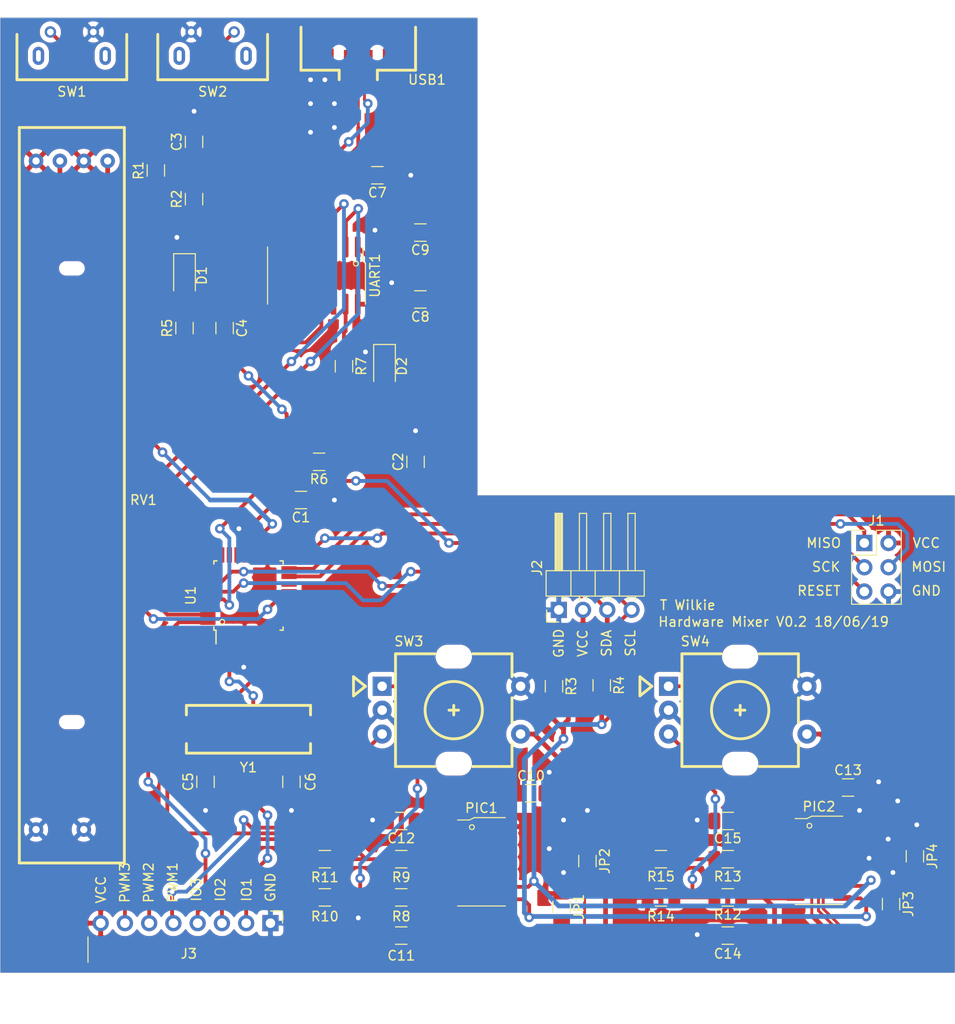
<source format=kicad_pcb>
(kicad_pcb (version 20171130) (host pcbnew "(5.1.2)-2")
  (layers (0 F.Cu signal) (31 B.Cu signal hide) (34 B.Paste user hide) (35 F.Paste user hide) (36 B.SilkS user hide) (37 F.SilkS user) (38 B.Mask user hide) (39 F.Mask user hide) (44 Edge.Cuts user))
  (net 0 "")
  (net 1 "Net-(C1-Pad2)")
  (net 2 GND)
  (net 3 +5V)
  (net 4 "Net-(C3-Pad1)")
  (net 5 /RESET)
  (net 6 DTR)
  (net 7 "Net-(C5-Pad2)")
  (net 8 "Net-(C6-Pad2)")
  (net 9 "Net-(C7-Pad2)")
  (net 10 "/I2C Encoder 1/RA")
  (net 11 "/I2C Encoder 1/RB")
  (net 12 "/I2C Encoder 2/RA")
  (net 13 "/I2C Encoder 2/RB")
  (net 14 "Net-(D1-Pad2)")
  (net 15 "Net-(D2-Pad2)")
  (net 16 /MOSI)
  (net 17 /SCK)
  (net 18 /MISO)
  (net 19 SCL)
  (net 20 SDA)
  (net 21 /PWM3)
  (net 22 /PWM2)
  (net 23 /PWM1)
  (net 24 /IO3)
  (net 25 /IO2)
  (net 26 /IO1)
  (net 27 "Net-(JP1-Pad2)")
  (net 28 "Net-(JP2-Pad2)")
  (net 29 "Net-(JP3-Pad2)")
  (net 30 "Net-(JP4-Pad2)")
  (net 31 "Net-(PIC1-Pad13)")
  (net 32 "Net-(PIC1-Pad12)")
  (net 33 "Net-(PIC1-Pad11)")
  (net 34 "Net-(PIC1-Pad10)")
  (net 35 "/I2C Encoder 1/PB")
  (net 36 "Net-(PIC1-Pad2)")
  (net 37 "Net-(PIC2-Pad13)")
  (net 38 "Net-(PIC2-Pad12)")
  (net 39 "Net-(PIC2-Pad11)")
  (net 40 "Net-(PIC2-Pad10)")
  (net 41 "/I2C Encoder 2/PB")
  (net 42 "Net-(PIC2-Pad2)")
  (net 43 "Net-(R1-Pad2)")
  (net 44 /CAL)
  (net 45 "Net-(R7-Pad1)")
  (net 46 "Net-(R10-Pad2)")
  (net 47 "Net-(R11-Pad1)")
  (net 48 "Net-(R12-Pad2)")
  (net 49 "Net-(R13-Pad2)")
  (net 50 /ADC1)
  (net 51 RX)
  (net 52 TX)
  (net 53 "Net-(U1-Pad26)")
  (net 54 "Net-(U1-Pad25)")
  (net 55 "Net-(U1-Pad24)")
  (net 56 "Net-(U1-Pad23)")
  (net 57 "Net-(U1-Pad22)")
  (net 58 "Net-(U1-Pad14)")
  (net 59 "Net-(U1-Pad13)")
  (net 60 "Net-(UART1-Pad14)")
  (net 61 "Net-(UART1-Pad12)")
  (net 62 "Net-(UART1-Pad11)")
  (net 63 "Net-(UART1-Pad10)")
  (net 64 "Net-(UART1-Pad9)")
  (net 65 "Net-(UART1-Pad8)")
  (net 66 "Net-(UART1-Pad7)")
  (net 67 DATA-)
  (net 68 DATA+)
  (net 69 "Net-(USB1-Pad4)")
  (module Part_footprints:PinHeader_1x08_P2.54mm_Horizontal (layer F.Cu) (at 104.5 134.5 270)
    (fp_text reference J3 (at 3.2 8.55 180) (layer F.SilkS))
    (fp_text value Breakout)
    (fp_text user VCC (at -3.5 17.75 90) (layer F.SilkS))
    (fp_text user PWM3 (at -4.25 15.25 90) (layer F.SilkS))
    (fp_text user PWM2 (at -4.25 12.75 90) (layer F.SilkS))
    (fp_text user PWM1 (at -4.25 10.25 90) (layer F.SilkS))
    (fp_text user IO3 (at -3.5 7.75 90) (layer F.SilkS))
    (fp_text user IO2 (at -3.5 5.25 90) (layer F.SilkS))
    (fp_text user IO1 (at -3.5 2.5 90) (layer F.SilkS))
    (fp_text user GND (at -3.75 0 90) (layer F.SilkS))
    (pad 8 thru_hole oval (at 0 17.78 270) (size 1.7 1.7) (drill 1) (layers *.Cu *.Mask) (net 3 +5V))
    (pad 7 thru_hole oval (at 0 15.24 270) (size 1.7 1.7) (drill 1) (layers *.Cu *.Mask) (net 21 /PWM3))
    (pad 6 thru_hole oval (at 0 12.7 270) (size 1.7 1.7) (drill 1) (layers *.Cu *.Mask) (net 22 /PWM2))
    (pad 5 thru_hole oval (at 0 10.16 270) (size 1.7 1.7) (drill 1) (layers *.Cu *.Mask) (net 23 /PWM1))
    (pad 4 thru_hole oval (at 0 7.62 270) (size 1.7 1.7) (drill 1) (layers *.Cu *.Mask) (net 24 /IO3))
    (pad 3 thru_hole oval (at 0 5.08 270) (size 1.7 1.7) (drill 1) (layers *.Cu *.Mask) (net 25 /IO2))
    (pad 2 thru_hole oval (at 0 2.54 270) (size 1.7 1.7) (drill 1) (layers *.Cu *.Mask) (net 26 /IO1))
    (pad 1 thru_hole rect (at 0 0 270) (size 1.7 1.7) (drill 1) (layers *.Cu *.Mask) (net 2 GND))
  )
  (module Part_footprints:Micro_B_SMD_G19 (layer F.Cu) (at 113.7 41.2 180)
    (fp_text reference USB1 (at -7.2 -5) (layer F.SilkS))
    (fp_text value USB_Micro_B)
    (pad 5 smd rect (at 1.3 -2.675 180) (size 0.4 1.6) (layers F.Cu F.Paste F.Mask) (net 2 GND))
    (pad 4 smd rect (at 0.65 -2.675 180) (size 0.4 1.6) (layers F.Cu F.Paste F.Mask) (net 69 "Net-(USB1-Pad4)"))
    (pad 3 smd rect (at 0 -2.675 180) (size 0.4 1.6) (layers F.Cu F.Paste F.Mask) (net 68 DATA+))
    (pad 2 smd rect (at -0.65 -2.675 180) (size 0.4 1.6) (layers F.Cu F.Paste F.Mask) (net 67 DATA-))
    (pad 1 smd rect (at -1.3 -2.675 180) (size 0.4 1.6) (layers F.Cu F.Paste F.Mask) (net 3 +5V))
    (pad "" np_thru_hole circle (at -2 -2.15 180) (size 0.6 0.6) (drill 0.6) (layers *.Cu *.Mask))
    (pad "" np_thru_hole circle (at 2 -2.15 180) (size 0.6 0.6) (drill 0.6) (layers *.Cu *.Mask))
    (pad "" smd rect (at 3.2 -2.25 180) (size 1.25 1) (layers F.Cu F.Paste F.Mask))
    (pad "" smd rect (at -3.2 -2.25 180) (size 1.25 1) (layers F.Cu F.Paste F.Mask))
    (pad "" smd rect (at 4.15 0 180) (size 1.9 1.9) (layers F.Cu F.Paste F.Mask))
    (pad "" smd rect (at -4.15 0 180) (size 1.9 1.9) (layers F.Cu F.Paste F.Mask))
    (pad "" smd rect (at -1.15 0 180) (size 1.9 1.9) (layers F.Cu F.Paste F.Mask))
    (pad "" smd rect (at 1.15 0 180) (size 1.9 1.9) (layers F.Cu F.Paste F.Mask))
  )
  (module Part_footprints:C_1206_3216Metric (layer F.Cu) (at 119.7 86.2 90)
    (fp_text reference C2 (at 0 -1.82 90) (layer F.SilkS))
    (fp_text value 0.1uF)
    (pad 2 smd roundrect (at 1.4 0 90) (size 1.25 1.75) (layers F.Cu F.Paste F.Mask) (roundrect_rratio 0.2) (net 2 GND))
    (pad 1 smd roundrect (at -1.4 0 90) (size 1.25 1.75) (layers F.Cu F.Paste F.Mask) (roundrect_rratio 0.2) (net 3 +5V))
  )
  (module Part_footprints:TQFP-32_7x7mm_P0.8mm (layer F.Cu) (at 102.2 100.2 90)
    (fp_text reference U1 (at 0 -6.05 90) (layer F.SilkS))
    (fp_text value ATmega168PA-AU)
    (pad 32 smd rect (at -2.8 -4.25 180) (size 1.6 0.55) (layers F.Cu F.Paste F.Mask) (net 24 /IO3))
    (pad 31 smd rect (at -2 -4.25 180) (size 1.6 0.55) (layers F.Cu F.Paste F.Mask) (net 51 RX))
    (pad 30 smd rect (at -1.2 -4.25 180) (size 1.6 0.55) (layers F.Cu F.Paste F.Mask) (net 52 TX))
    (pad 29 smd rect (at -0.4 -4.25 180) (size 1.6 0.55) (layers F.Cu F.Paste F.Mask) (net 5 /RESET))
    (pad 28 smd rect (at 0.4 -4.25 180) (size 1.6 0.55) (layers F.Cu F.Paste F.Mask) (net 19 SCL))
    (pad 27 smd rect (at 1.2 -4.25 180) (size 1.6 0.55) (layers F.Cu F.Paste F.Mask) (net 20 SDA))
    (pad 26 smd rect (at 2 -4.25 180) (size 1.6 0.55) (layers F.Cu F.Paste F.Mask) (net 53 "Net-(U1-Pad26)"))
    (pad 25 smd rect (at 2.8 -4.25 180) (size 1.6 0.55) (layers F.Cu F.Paste F.Mask) (net 54 "Net-(U1-Pad25)"))
    (pad 24 smd rect (at 4.25 -2.8 90) (size 1.6 0.55) (layers F.Cu F.Paste F.Mask) (net 55 "Net-(U1-Pad24)"))
    (pad 23 smd rect (at 4.25 -2 90) (size 1.6 0.55) (layers F.Cu F.Paste F.Mask) (net 56 "Net-(U1-Pad23)"))
    (pad 22 smd rect (at 4.25 -1.2 90) (size 1.6 0.55) (layers F.Cu F.Paste F.Mask) (net 57 "Net-(U1-Pad22)"))
    (pad 21 smd rect (at 4.25 -0.4 90) (size 1.6 0.55) (layers F.Cu F.Paste F.Mask) (net 2 GND))
    (pad 20 smd rect (at 4.25 0.4 90) (size 1.6 0.55) (layers F.Cu F.Paste F.Mask) (net 1 "Net-(C1-Pad2)"))
    (pad 19 smd rect (at 4.25 1.2 90) (size 1.6 0.55) (layers F.Cu F.Paste F.Mask) (net 50 /ADC1))
    (pad 18 smd rect (at 4.25 2 90) (size 1.6 0.55) (layers F.Cu F.Paste F.Mask) (net 3 +5V))
    (pad 17 smd rect (at 4.25 2.8 90) (size 1.6 0.55) (layers F.Cu F.Paste F.Mask) (net 17 /SCK))
    (pad 16 smd rect (at 2.8 4.25 180) (size 1.6 0.55) (layers F.Cu F.Paste F.Mask) (net 18 /MISO))
    (pad 15 smd rect (at 2 4.25 180) (size 1.6 0.55) (layers F.Cu F.Paste F.Mask) (net 16 /MOSI))
    (pad 14 smd rect (at 1.2 4.25 180) (size 1.6 0.55) (layers F.Cu F.Paste F.Mask) (net 58 "Net-(U1-Pad14)"))
    (pad 13 smd rect (at 0.4 4.25 180) (size 1.6 0.55) (layers F.Cu F.Paste F.Mask) (net 59 "Net-(U1-Pad13)"))
    (pad 12 smd rect (at -0.4 4.25 180) (size 1.6 0.55) (layers F.Cu F.Paste F.Mask) (net 44 /CAL))
    (pad 11 smd rect (at -1.2 4.25 180) (size 1.6 0.55) (layers F.Cu F.Paste F.Mask) (net 25 /IO2))
    (pad 10 smd rect (at -2 4.25 180) (size 1.6 0.55) (layers F.Cu F.Paste F.Mask) (net 22 /PWM2))
    (pad 9 smd rect (at -2.8 4.25 180) (size 1.6 0.55) (layers F.Cu F.Paste F.Mask) (net 23 /PWM1))
    (pad 8 smd rect (at -4.25 2.8 90) (size 1.6 0.55) (layers F.Cu F.Paste F.Mask) (net 8 "Net-(C6-Pad2)"))
    (pad 7 smd rect (at -4.25 2 90) (size 1.6 0.55) (layers F.Cu F.Paste F.Mask) (net 7 "Net-(C5-Pad2)"))
    (pad 6 smd rect (at -4.25 1.2 90) (size 1.6 0.55) (layers F.Cu F.Paste F.Mask) (net 3 +5V))
    (pad 5 smd rect (at -4.25 0.4 90) (size 1.6 0.55) (layers F.Cu F.Paste F.Mask) (net 2 GND))
    (pad 4 smd rect (at -4.25 -0.4 90) (size 1.6 0.55) (layers F.Cu F.Paste F.Mask) (net 3 +5V))
    (pad 3 smd rect (at -4.25 -1.2 90) (size 1.6 0.55) (layers F.Cu F.Paste F.Mask) (net 2 GND))
    (pad 2 smd rect (at -4.25 -2 90) (size 1.6 0.55) (layers F.Cu F.Paste F.Mask) (net 26 /IO1))
    (pad 1 smd rect (at -4.25 -2.8 90) (size 1.6 0.55) (layers F.Cu F.Paste F.Mask) (net 21 /PWM3))
  )
  (module Part_footprints:Slide_potentiometer_Behringer (layer F.Cu) (at 83.7 89.7)
    (fp_text reference RV1 (at 7.5 0.5) (layer F.SilkS))
    (fp_text value "10k SLIDE")
    (pad "" np_thru_hole oval (at 0 23.75) (size 1.7 0.5) (drill oval 1.7 0.5) (layers *.Cu *.Mask))
    (pad 3 thru_hole circle (at 1.25 35 180) (size 1.524 1.524) (drill 0.762) (layers *.Cu *.Mask) (net 2 GND))
    (pad 3 thru_hole circle (at -3.75 35 180) (size 1.524 1.524) (drill 0.762) (layers *.Cu *.Mask) (net 2 GND))
    (pad "" np_thru_hole oval (at 0 -23.75) (size 1.7 0.5) (drill oval 1.7 0.5) (layers *.Cu *.Mask))
    (pad 1 thru_hole circle (at -3.75 -35) (size 1.524 1.524) (drill 0.762) (layers *.Cu *.Mask) (net 3 +5V))
    (pad 2 thru_hole circle (at -1.25 -35) (size 1.524 1.524) (drill 0.762) (layers *.Cu *.Mask) (net 50 /ADC1))
    (pad 1 thru_hole circle (at 1.25 -35) (size 1.524 1.524) (drill 0.762) (layers *.Cu *.Mask) (net 3 +5V))
    (pad 2 thru_hole circle (at 3.75 -35) (size 1.524 1.524) (drill 0.762) (layers *.Cu *.Mask) (net 50 /ADC1))
  )
  (module Part_footprints:C_1206_3216Metric (layer F.Cu) (at 107.7 90.2 180)
    (fp_text reference C1 (at 0 -1.82) (layer F.SilkS))
    (fp_text value 0.1uF)
    (pad 2 smd roundrect (at 1.4 0 180) (size 1.25 1.75) (layers F.Cu F.Paste F.Mask) (roundrect_rratio 0.2) (net 1 "Net-(C1-Pad2)"))
    (pad 1 smd roundrect (at -1.4 0 180) (size 1.25 1.75) (layers F.Cu F.Paste F.Mask) (roundrect_rratio 0.2) (net 2 GND))
  )
  (module Part_footprints:C_1206_3216Metric (layer F.Cu) (at 115.7 56.2 180)
    (fp_text reference C7 (at 0 -1.82) (layer F.SilkS))
    (fp_text value 0.1uF)
    (pad 2 smd roundrect (at 1.4 0 180) (size 1.25 1.75) (layers F.Cu F.Paste F.Mask) (roundrect_rratio 0.2) (net 9 "Net-(C7-Pad2)"))
    (pad 1 smd roundrect (at -1.4 0 180) (size 1.25 1.75) (layers F.Cu F.Paste F.Mask) (roundrect_rratio 0.2) (net 2 GND))
  )
  (module Part_footprints:HC49S_SMD_Crystal (layer F.Cu) (at 102.2 114.2 180)
    (fp_text reference Y1 (at 0 -4) (layer F.SilkS))
    (fp_text value 16MHz)
    (pad 2 smd roundrect (at -4.75 0 180) (size 5.5 2) (layers F.Cu F.Paste F.Mask) (net 8 "Net-(C6-Pad2)"))
    (pad 1 smd roundrect (at 4.75 0 180) (size 5.5 2) (layers F.Cu F.Paste F.Mask) (net 7 "Net-(C5-Pad2)"))
  )
  (module Part_footprints:SOP-16_150MIL (layer F.Cu) (at 109.2 66.7 270)
    (fp_text reference UART1 (at 0 -6.25 90) (layer F.SilkS))
    (fp_text value CH340B)
    (pad 16 smd roundrect (at 3 -4.445 270) (size 2.2 0.6) (layers F.Cu F.Paste F.Mask) (net 3 +5V))
    (pad 15 smd roundrect (at 3 -3.175 270) (size 2.2 0.6) (layers F.Cu F.Paste F.Mask) (net 45 "Net-(R7-Pad1)"))
    (pad 14 smd roundrect (at 3 -1.905 270) (size 2.2 0.6) (layers F.Cu F.Paste F.Mask) (net 60 "Net-(UART1-Pad14)"))
    (pad 13 smd roundrect (at 3 -0.635 270) (size 2.2 0.6) (layers F.Cu F.Paste F.Mask) (net 6 DTR))
    (pad 12 smd roundrect (at 3 0.635 270) (size 2.2 0.6) (layers F.Cu F.Paste F.Mask) (net 61 "Net-(UART1-Pad12)"))
    (pad 11 smd roundrect (at 3 1.905 270) (size 2.2 0.6) (layers F.Cu F.Paste F.Mask) (net 62 "Net-(UART1-Pad11)"))
    (pad 10 smd roundrect (at 3 3.175 270) (size 2.2 0.6) (layers F.Cu F.Paste F.Mask) (net 63 "Net-(UART1-Pad10)"))
    (pad 9 smd roundrect (at 3 4.445 270) (size 2.2 0.6) (layers F.Cu F.Paste F.Mask) (net 64 "Net-(UART1-Pad9)"))
    (pad 8 smd roundrect (at -3 4.445 270) (size 2.2 0.6) (layers F.Cu F.Paste F.Mask) (net 65 "Net-(UART1-Pad8)"))
    (pad 7 smd roundrect (at -3 3.175 270) (size 2.2 0.6) (layers F.Cu F.Paste F.Mask) (net 66 "Net-(UART1-Pad7)"))
    (pad 6 smd roundrect (at -3 1.905 270) (size 2.2 0.6) (layers F.Cu F.Paste F.Mask) (net 67 DATA-))
    (pad 5 smd roundrect (at -3 0.635 270) (size 2.2 0.6) (layers F.Cu F.Paste F.Mask) (net 68 DATA+))
    (pad 4 smd roundrect (at -3 -0.635 270) (size 2.2 0.6) (layers F.Cu F.Paste F.Mask) (net 9 "Net-(C7-Pad2)"))
    (pad 3 smd roundrect (at -3 -1.905 270) (size 2.2 0.6) (layers F.Cu F.Paste F.Mask) (net 51 RX))
    (pad 2 smd roundrect (at -3 -3.175 270) (size 2.2 0.6) (layers F.Cu F.Paste F.Mask) (net 52 TX))
    (pad 1 smd roundrect (at -3 -4.445 270) (size 2.2 0.6) (layers F.Cu F.Paste F.Mask) (net 2 GND))
  )
  (module Part_footprints:RotaryEncoder_Alps_EC11E-Switch_Vertical_H20mm (layer F.Cu) (at 146.2 109.7)
    (fp_text reference SW4 (at 2.8 -4.7) (layer F.SilkS))
    (fp_text value Encoder)
    (pad A thru_hole rect (at 0 0) (size 2 2) (drill 1) (layers *.Cu *.Mask) (net 48 "Net-(R12-Pad2)"))
    (pad C thru_hole circle (at 0 2.5) (size 2 2) (drill 1) (layers *.Cu *.Mask) (net 2 GND))
    (pad B thru_hole circle (at 0 5) (size 2 2) (drill 1) (layers *.Cu *.Mask) (net 49 "Net-(R13-Pad2)"))
    (pad "" np_thru_hole oval (at 7.5 -3.1) (size 2.8 1.5) (drill oval 2.8 1.5) (layers *.Cu *.Mask))
    (pad "" np_thru_hole oval (at 7.5 8.1) (size 2.8 1.5) (drill oval 2.8 1.5) (layers *.Cu *.Mask))
    (pad 1 thru_hole circle (at 14.5 0) (size 2 2) (drill 1) (layers *.Cu *.Mask) (net 2 GND))
    (pad 2 thru_hole circle (at 14.5 5) (size 2 2) (drill 1) (layers *.Cu *.Mask) (net 41 "/I2C Encoder 2/PB"))
  )
  (module Part_footprints:RotaryEncoder_Alps_EC11E-Switch_Vertical_H20mm (layer F.Cu) (at 116.2 109.7)
    (fp_text reference SW3 (at 2.8 -4.7) (layer F.SilkS))
    (fp_text value Encoder)
    (pad A thru_hole rect (at 0 0) (size 2 2) (drill 1) (layers *.Cu *.Mask) (net 46 "Net-(R10-Pad2)"))
    (pad C thru_hole circle (at 0 2.5) (size 2 2) (drill 1) (layers *.Cu *.Mask) (net 2 GND))
    (pad B thru_hole circle (at 0 5) (size 2 2) (drill 1) (layers *.Cu *.Mask) (net 47 "Net-(R11-Pad1)"))
    (pad "" np_thru_hole oval (at 7.5 -3.1) (size 2.8 1.5) (drill oval 2.8 1.5) (layers *.Cu *.Mask))
    (pad "" np_thru_hole oval (at 7.5 8.1) (size 2.8 1.5) (drill oval 2.8 1.5) (layers *.Cu *.Mask))
    (pad 1 thru_hole circle (at 14.5 0) (size 2 2) (drill 1) (layers *.Cu *.Mask) (net 2 GND))
    (pad 2 thru_hole circle (at 14.5 5) (size 2 2) (drill 1) (layers *.Cu *.Mask) (net 35 "/I2C Encoder 1/PB"))
  )
  (module Part_footprints:Right_angle_momentary_button (layer F.Cu) (at 98.45 43.7 180)
    (fp_text reference SW2 (at 0 -3.75) (layer F.SilkS))
    (fp_text value Reset)
    (pad 2 thru_hole circle (at 2.25 2.5 180) (size 1.2 1.2) (drill 0.7) (layers *.Cu *.Mask) (net 2 GND))
    (pad "" thru_hole oval (at -3.5 0 180) (size 1.2 1.9) (drill oval 0.5 1.2) (layers *.Cu *.Mask))
    (pad 1 thru_hole circle (at -2.25 2.5 180) (size 1.2 1.2) (drill 0.7) (layers *.Cu *.Mask) (net 5 /RESET))
    (pad "" thru_hole oval (at 3.5 0 180) (size 1.2 1.9) (drill oval 0.5 1.2) (layers *.Cu *.Mask))
  )
  (module Part_footprints:Right_angle_momentary_button (layer F.Cu) (at 83.7 43.7 180)
    (fp_text reference SW1 (at 0 -3.75) (layer F.SilkS))
    (fp_text value Calibration)
    (pad 2 thru_hole circle (at 2.25 2.5 180) (size 1.2 1.2) (drill 0.7) (layers *.Cu *.Mask) (net 43 "Net-(R1-Pad2)"))
    (pad "" thru_hole oval (at -3.5 0 180) (size 1.2 1.9) (drill oval 0.5 1.2) (layers *.Cu *.Mask))
    (pad 1 thru_hole circle (at -2.25 2.5 180) (size 1.2 1.2) (drill 0.7) (layers *.Cu *.Mask) (net 2 GND))
    (pad "" thru_hole oval (at 3.5 0 180) (size 1.2 1.9) (drill oval 0.5 1.2) (layers *.Cu *.Mask))
  )
  (module Part_footprints:R_1206_3216Metric (layer F.Cu) (at 145.4 127.8 180)
    (fp_text reference R15 (at 0 -1.82) (layer F.SilkS))
    (fp_text value 10k)
    (pad 2 smd roundrect (at 1.4 0 180) (size 1.25 1.75) (layers F.Cu F.Paste F.Mask) (roundrect_rratio 0.2) (net 3 +5V))
    (pad 1 smd roundrect (at -1.4 0 180) (size 1.25 1.75) (layers F.Cu F.Paste F.Mask) (roundrect_rratio 0.2) (net 49 "Net-(R13-Pad2)"))
  )
  (module Part_footprints:R_1206_3216Metric (layer F.Cu) (at 145.4 131.8)
    (fp_text reference R14 (at 0 2) (layer F.SilkS))
    (fp_text value 10k)
    (pad 2 smd roundrect (at 1.4 0) (size 1.25 1.75) (layers F.Cu F.Paste F.Mask) (roundrect_rratio 0.2) (net 48 "Net-(R12-Pad2)"))
    (pad 1 smd roundrect (at -1.4 0) (size 1.25 1.75) (layers F.Cu F.Paste F.Mask) (roundrect_rratio 0.2) (net 3 +5V))
  )
  (module Part_footprints:R_1206_3216Metric (layer F.Cu) (at 152.4 127.8 180)
    (fp_text reference R13 (at 0 -1.82) (layer F.SilkS))
    (fp_text value 10k)
    (pad 2 smd roundrect (at 1.4 0 180) (size 1.25 1.75) (layers F.Cu F.Paste F.Mask) (roundrect_rratio 0.2) (net 49 "Net-(R13-Pad2)"))
    (pad 1 smd roundrect (at -1.4 0 180) (size 1.25 1.75) (layers F.Cu F.Paste F.Mask) (roundrect_rratio 0.2) (net 13 "/I2C Encoder 2/RB"))
  )
  (module Part_footprints:R_1206_3216Metric (layer F.Cu) (at 152.4 131.8 180)
    (fp_text reference R12 (at 0 -1.82) (layer F.SilkS))
    (fp_text value 10k)
    (pad 2 smd roundrect (at 1.4 0 180) (size 1.25 1.75) (layers F.Cu F.Paste F.Mask) (roundrect_rratio 0.2) (net 48 "Net-(R12-Pad2)"))
    (pad 1 smd roundrect (at -1.4 0 180) (size 1.25 1.75) (layers F.Cu F.Paste F.Mask) (roundrect_rratio 0.2) (net 12 "/I2C Encoder 2/RA"))
  )
  (module Part_footprints:R_1206_3216Metric (layer F.Cu) (at 110.2 127.8 180)
    (fp_text reference R11 (at 0 -1.9) (layer F.SilkS))
    (fp_text value 10k)
    (pad 2 smd roundrect (at 1.4 0 180) (size 1.25 1.75) (layers F.Cu F.Paste F.Mask) (roundrect_rratio 0.2) (net 3 +5V))
    (pad 1 smd roundrect (at -1.4 0 180) (size 1.25 1.75) (layers F.Cu F.Paste F.Mask) (roundrect_rratio 0.2) (net 47 "Net-(R11-Pad1)"))
  )
  (module Part_footprints:R_1206_3216Metric (layer F.Cu) (at 110.2 131.8)
    (fp_text reference R10 (at 0 2) (layer F.SilkS))
    (fp_text value 10k)
    (pad 2 smd roundrect (at 1.4 0) (size 1.25 1.75) (layers F.Cu F.Paste F.Mask) (roundrect_rratio 0.2) (net 46 "Net-(R10-Pad2)"))
    (pad 1 smd roundrect (at -1.4 0) (size 1.25 1.75) (layers F.Cu F.Paste F.Mask) (roundrect_rratio 0.2) (net 3 +5V))
  )
  (module Part_footprints:R_1206_3216Metric (layer F.Cu) (at 118.2 127.8 180)
    (fp_text reference R9 (at 0 -1.9) (layer F.SilkS))
    (fp_text value 10k)
    (pad 2 smd roundrect (at 1.4 0 180) (size 1.25 1.75) (layers F.Cu F.Paste F.Mask) (roundrect_rratio 0.2) (net 47 "Net-(R11-Pad1)"))
    (pad 1 smd roundrect (at -1.4 0 180) (size 1.25 1.75) (layers F.Cu F.Paste F.Mask) (roundrect_rratio 0.2) (net 11 "/I2C Encoder 1/RB"))
  )
  (module Part_footprints:R_1206_3216Metric (layer F.Cu) (at 118.2 131.8 180)
    (fp_text reference R8 (at 0 -2) (layer F.SilkS))
    (fp_text value 10k)
    (pad 2 smd roundrect (at 1.4 0 180) (size 1.25 1.75) (layers F.Cu F.Paste F.Mask) (roundrect_rratio 0.2) (net 46 "Net-(R10-Pad2)"))
    (pad 1 smd roundrect (at -1.4 0 180) (size 1.25 1.75) (layers F.Cu F.Paste F.Mask) (roundrect_rratio 0.2) (net 10 "/I2C Encoder 1/RA"))
  )
  (module Part_footprints:R_1206_3216Metric (layer F.Cu) (at 112.2 76.2 270)
    (fp_text reference R7 (at 0 -1.82 90) (layer F.SilkS))
    (fp_text value 330)
    (pad 2 smd roundrect (at 1.4 0 270) (size 1.25 1.75) (layers F.Cu F.Paste F.Mask) (roundrect_rratio 0.2) (net 15 "Net-(D2-Pad2)"))
    (pad 1 smd roundrect (at -1.4 0 270) (size 1.25 1.75) (layers F.Cu F.Paste F.Mask) (roundrect_rratio 0.2) (net 45 "Net-(R7-Pad1)"))
  )
  (module Part_footprints:R_1206_3216Metric (layer F.Cu) (at 109.6 86.2 180)
    (fp_text reference R6 (at 0 -1.82) (layer F.SilkS))
    (fp_text value 10k)
    (pad 2 smd roundrect (at 1.4 0 180) (size 1.25 1.75) (layers F.Cu F.Paste F.Mask) (roundrect_rratio 0.2) (net 5 /RESET))
    (pad 1 smd roundrect (at -1.4 0 180) (size 1.25 1.75) (layers F.Cu F.Paste F.Mask) (roundrect_rratio 0.2) (net 3 +5V))
  )
  (module Part_footprints:R_1206_3216Metric (layer F.Cu) (at 95.5 72.2 90)
    (fp_text reference R5 (at 0 -1.82 90) (layer F.SilkS))
    (fp_text value 330)
    (pad 2 smd roundrect (at 1.4 0 90) (size 1.25 1.75) (layers F.Cu F.Paste F.Mask) (roundrect_rratio 0.2) (net 14 "Net-(D1-Pad2)"))
    (pad 1 smd roundrect (at -1.4 0 90) (size 1.25 1.75) (layers F.Cu F.Paste F.Mask) (roundrect_rratio 0.2) (net 3 +5V))
  )
  (module Part_footprints:R_1206_3216Metric (layer F.Cu) (at 139.2 109.6 270)
    (fp_text reference R4 (at 0 -1.82 90) (layer F.SilkS))
    (fp_text value 47k)
    (pad 2 smd roundrect (at 1.4 0 270) (size 1.25 1.75) (layers F.Cu F.Paste F.Mask) (roundrect_rratio 0.2) (net 19 SCL))
    (pad 1 smd roundrect (at -1.4 0 270) (size 1.25 1.75) (layers F.Cu F.Paste F.Mask) (roundrect_rratio 0.2) (net 3 +5V))
  )
  (module Part_footprints:R_1206_3216Metric (layer F.Cu) (at 134.2 109.7 270)
    (fp_text reference R3 (at 0 -1.82 90) (layer F.SilkS))
    (fp_text value 47k)
    (pad 2 smd roundrect (at 1.4 0 270) (size 1.25 1.75) (layers F.Cu F.Paste F.Mask) (roundrect_rratio 0.2) (net 20 SDA))
    (pad 1 smd roundrect (at -1.4 0 270) (size 1.25 1.75) (layers F.Cu F.Paste F.Mask) (roundrect_rratio 0.2) (net 3 +5V))
  )
  (module Part_footprints:R_1206_3216Metric (layer F.Cu) (at 96.5 58.7 90)
    (fp_text reference R2 (at 0 -1.82 90) (layer F.SilkS))
    (fp_text value 10k)
    (pad 2 smd roundrect (at 1.4 0 90) (size 1.25 1.75) (layers F.Cu F.Paste F.Mask) (roundrect_rratio 0.2) (net 4 "Net-(C3-Pad1)"))
    (pad 1 smd roundrect (at -1.4 0 90) (size 1.25 1.75) (layers F.Cu F.Paste F.Mask) (roundrect_rratio 0.2) (net 3 +5V))
  )
  (module Part_footprints:R_1206_3216Metric (layer F.Cu) (at 92.5 55.7 90)
    (fp_text reference R1 (at 0 -1.82 90) (layer F.SilkS))
    (fp_text value 1k)
    (pad 2 smd roundrect (at 1.4 0 90) (size 1.25 1.75) (layers F.Cu F.Paste F.Mask) (roundrect_rratio 0.2) (net 43 "Net-(R1-Pad2)"))
    (pad 1 smd roundrect (at -1.4 0 90) (size 1.25 1.75) (layers F.Cu F.Paste F.Mask) (roundrect_rratio 0.2) (net 44 /CAL))
  )
  (module Part_footprints:SOIC-14_3.9x8.7mm_P1.27mm (layer F.Cu) (at 161.95 128.05)
    (fp_text reference PIC2 (at 0 -5.75) (layer F.SilkS))
    (fp_text value PIC16F15323_I_SL)
    (pad 14 smd roundrect (at 2.475 -3.81) (size 1.95 0.6) (layers F.Cu F.Paste F.Mask) (net 2 GND))
    (pad 13 smd roundrect (at 2.475 -2.54) (size 1.95 0.6) (layers F.Cu F.Paste F.Mask) (net 37 "Net-(PIC2-Pad13)"))
    (pad 12 smd roundrect (at 2.475 -1.27) (size 1.95 0.6) (layers F.Cu F.Paste F.Mask) (net 38 "Net-(PIC2-Pad12)"))
    (pad 11 smd roundrect (at 2.475 0) (size 1.95 0.6) (layers F.Cu F.Paste F.Mask) (net 39 "Net-(PIC2-Pad11)"))
    (pad 10 smd roundrect (at 2.475 1.27) (size 1.95 0.6) (layers F.Cu F.Paste F.Mask) (net 40 "Net-(PIC2-Pad10)"))
    (pad 9 smd roundrect (at 2.475 2.54) (size 1.95 0.6) (layers F.Cu F.Paste F.Mask) (net 20 SDA))
    (pad 8 smd roundrect (at 2.475 3.81) (size 1.95 0.6) (layers F.Cu F.Paste F.Mask) (net 19 SCL))
    (pad 7 smd roundrect (at -2.475 3.81) (size 1.95 0.6) (layers F.Cu F.Paste F.Mask) (net 12 "/I2C Encoder 2/RA"))
    (pad 6 smd roundrect (at -2.475 2.54) (size 1.95 0.6) (layers F.Cu F.Paste F.Mask) (net 13 "/I2C Encoder 2/RB"))
    (pad 5 smd roundrect (at -2.475 1.27) (size 1.95 0.6) (layers F.Cu F.Paste F.Mask) (net 41 "/I2C Encoder 2/PB"))
    (pad 4 smd roundrect (at -2.475 0) (size 1.95 0.6) (layers F.Cu F.Paste F.Mask) (net 30 "Net-(JP4-Pad2)"))
    (pad 3 smd roundrect (at -2.475 -1.27) (size 1.95 0.6) (layers F.Cu F.Paste F.Mask) (net 29 "Net-(JP3-Pad2)"))
    (pad 2 smd roundrect (at -2.475 -2.54) (size 1.95 0.6) (layers F.Cu F.Paste F.Mask) (net 42 "Net-(PIC2-Pad2)"))
    (pad 1 smd roundrect (at -2.475 -3.81) (size 1.95 0.6) (layers F.Cu F.Paste F.Mask) (net 3 +5V))
  )
  (module Part_footprints:SOIC-14_3.9x8.7mm_P1.27mm (layer F.Cu) (at 126.6 128.2)
    (fp_text reference PIC1 (at 0 -5.75) (layer F.SilkS))
    (fp_text value PIC16F15323_I_SL)
    (pad 14 smd roundrect (at 2.475 -3.81) (size 1.95 0.6) (layers F.Cu F.Paste F.Mask) (net 2 GND))
    (pad 13 smd roundrect (at 2.475 -2.54) (size 1.95 0.6) (layers F.Cu F.Paste F.Mask) (net 31 "Net-(PIC1-Pad13)"))
    (pad 12 smd roundrect (at 2.475 -1.27) (size 1.95 0.6) (layers F.Cu F.Paste F.Mask) (net 32 "Net-(PIC1-Pad12)"))
    (pad 11 smd roundrect (at 2.475 0) (size 1.95 0.6) (layers F.Cu F.Paste F.Mask) (net 33 "Net-(PIC1-Pad11)"))
    (pad 10 smd roundrect (at 2.475 1.27) (size 1.95 0.6) (layers F.Cu F.Paste F.Mask) (net 34 "Net-(PIC1-Pad10)"))
    (pad 9 smd roundrect (at 2.475 2.54) (size 1.95 0.6) (layers F.Cu F.Paste F.Mask) (net 20 SDA))
    (pad 8 smd roundrect (at 2.475 3.81) (size 1.95 0.6) (layers F.Cu F.Paste F.Mask) (net 19 SCL))
    (pad 7 smd roundrect (at -2.475 3.81) (size 1.95 0.6) (layers F.Cu F.Paste F.Mask) (net 10 "/I2C Encoder 1/RA"))
    (pad 6 smd roundrect (at -2.475 2.54) (size 1.95 0.6) (layers F.Cu F.Paste F.Mask) (net 11 "/I2C Encoder 1/RB"))
    (pad 5 smd roundrect (at -2.475 1.27) (size 1.95 0.6) (layers F.Cu F.Paste F.Mask) (net 35 "/I2C Encoder 1/PB"))
    (pad 4 smd roundrect (at -2.475 0) (size 1.95 0.6) (layers F.Cu F.Paste F.Mask) (net 28 "Net-(JP2-Pad2)"))
    (pad 3 smd roundrect (at -2.475 -1.27) (size 1.95 0.6) (layers F.Cu F.Paste F.Mask) (net 27 "Net-(JP1-Pad2)"))
    (pad 2 smd roundrect (at -2.475 -2.54) (size 1.95 0.6) (layers F.Cu F.Paste F.Mask) (net 36 "Net-(PIC1-Pad2)"))
    (pad 1 smd roundrect (at -2.475 -3.81) (size 1.95 0.6) (layers F.Cu F.Paste F.Mask) (net 3 +5V))
  )
  (module Part_footprints:R_1206_3216Metric (layer F.Cu) (at 172 127.5 270)
    (fp_text reference JP4 (at 0 -1.82 90) (layer F.SilkS))
    (fp_text value ADR3)
    (pad 2 smd roundrect (at 1.4 0 270) (size 1.25 1.75) (layers F.Cu F.Paste F.Mask) (roundrect_rratio 0.2) (net 30 "Net-(JP4-Pad2)"))
    (pad 1 smd roundrect (at -1.4 0 270) (size 1.25 1.75) (layers F.Cu F.Paste F.Mask) (roundrect_rratio 0.2) (net 2 GND))
  )
  (module Part_footprints:R_1206_3216Metric (layer F.Cu) (at 169.5 132.5 270)
    (fp_text reference JP3 (at 0 -1.82 90) (layer F.SilkS))
    (fp_text value ADR2)
    (pad 2 smd roundrect (at 1.4 0 270) (size 1.25 1.75) (layers F.Cu F.Paste F.Mask) (roundrect_rratio 0.2) (net 29 "Net-(JP3-Pad2)"))
    (pad 1 smd roundrect (at -1.4 0 270) (size 1.25 1.75) (layers F.Cu F.Paste F.Mask) (roundrect_rratio 0.2) (net 2 GND))
  )
  (module Part_footprints:R_1206_3216Metric (layer F.Cu) (at 137.7 128 270)
    (fp_text reference JP2 (at 0 -1.82 90) (layer F.SilkS))
    (fp_text value ADR3)
    (pad 2 smd roundrect (at 1.4 0 270) (size 1.25 1.75) (layers F.Cu F.Paste F.Mask) (roundrect_rratio 0.2) (net 28 "Net-(JP2-Pad2)"))
    (pad 1 smd roundrect (at -1.4 0 270) (size 1.25 1.75) (layers F.Cu F.Paste F.Mask) (roundrect_rratio 0.2) (net 2 GND))
  )
  (module Part_footprints:R_1206_3216Metric (layer F.Cu) (at 135 132.8 270)
    (fp_text reference JP1 (at 0 -1.82 90) (layer F.SilkS))
    (fp_text value ADR2)
    (pad 2 smd roundrect (at 1.4 0 270) (size 1.25 1.75) (layers F.Cu F.Paste F.Mask) (roundrect_rratio 0.2) (net 27 "Net-(JP1-Pad2)"))
    (pad 1 smd roundrect (at -1.4 0 270) (size 1.25 1.75) (layers F.Cu F.Paste F.Mask) (roundrect_rratio 0.2) (net 2 GND))
  )
  (module Part_footprints:PinHeader_1x04_P2.54mm_Horizontal (layer F.Cu) (at 134.7 101.7 90)
    (fp_text reference J2 (at 4.385 -2.27 90) (layer F.SilkS))
    (fp_text value "LCD Header")
    (fp_text user SCL (at -3.5 7.5 90) (layer F.SilkS))
    (fp_text user SDA (at -3.5 5 90) (layer F.SilkS))
    (fp_text user VCC (at -3.5 2.5 90) (layer F.SilkS))
    (fp_text user GND (at -3.5 0 90) (layer F.SilkS))
    (pad 4 thru_hole oval (at 0 7.62 90) (size 1.7 1.7) (drill 1) (layers *.Cu *.Mask) (net 19 SCL))
    (pad 3 thru_hole oval (at 0 5.08 90) (size 1.7 1.7) (drill 1) (layers *.Cu *.Mask) (net 20 SDA))
    (pad 2 thru_hole oval (at 0 2.54 90) (size 1.7 1.7) (drill 1) (layers *.Cu *.Mask) (net 3 +5V))
    (pad 1 thru_hole rect (at 0 0 90) (size 1.7 1.7) (drill 1) (layers *.Cu *.Mask) (net 2 GND))
  )
  (module Part_footprints:PinHeader_2x03_P2.54mm_Vertical (layer F.Cu) (at 166.7 94.7)
    (fp_text reference J1 (at 1.27 -2.33) (layer F.SilkS))
    (fp_text value "ISP Header")
    (fp_text user GND (at 6.5 5) (layer F.SilkS))
    (fp_text user MOSI (at 6.75 2.5) (layer F.SilkS))
    (fp_text user VCC (at 6.5 0) (layer F.SilkS))
    (fp_text user RESET (at -4.75 5) (layer F.SilkS))
    (fp_text user SCK (at -4 2.5) (layer F.SilkS))
    (fp_text user MISO (at -4.25 0) (layer F.SilkS))
    (pad 6 thru_hole oval (at 2.54 5.08) (size 1.7 1.7) (drill 1) (layers *.Cu *.Mask) (net 2 GND))
    (pad 5 thru_hole oval (at 0 5.08) (size 1.7 1.7) (drill 1) (layers *.Cu *.Mask) (net 5 /RESET))
    (pad 4 thru_hole oval (at 2.54 2.54) (size 1.7 1.7) (drill 1) (layers *.Cu *.Mask) (net 16 /MOSI))
    (pad 3 thru_hole oval (at 0 2.54) (size 1.7 1.7) (drill 1) (layers *.Cu *.Mask) (net 17 /SCK))
    (pad 2 thru_hole oval (at 2.54 0) (size 1.7 1.7) (drill 1) (layers *.Cu *.Mask) (net 3 +5V))
    (pad 1 thru_hole rect (at 0 0) (size 1.7 1.7) (drill 1) (layers *.Cu *.Mask) (net 18 /MISO))
  )
  (module Part_footprints:LED_1206_3216Metric (layer F.Cu) (at 116.45 76.2 270)
    (fp_text reference D2 (at 0 -1.82 90) (layer F.SilkS))
    (fp_text value BLUE)
    (pad 2 smd roundrect (at 1.4 0 270) (size 1.25 1.75) (layers F.Cu F.Paste F.Mask) (roundrect_rratio 0.2) (net 15 "Net-(D2-Pad2)"))
    (pad 1 smd roundrect (at -1.4 0 270) (size 1.25 1.75) (layers F.Cu F.Paste F.Mask) (roundrect_rratio 0.2) (net 2 GND))
  )
  (module Part_footprints:LED_1206_3216Metric (layer F.Cu) (at 95.5 66.7 270)
    (fp_text reference D1 (at 0 -1.82 90) (layer F.SilkS))
    (fp_text value RED)
    (pad 2 smd roundrect (at 1.4 0 270) (size 1.25 1.75) (layers F.Cu F.Paste F.Mask) (roundrect_rratio 0.2) (net 14 "Net-(D1-Pad2)"))
    (pad 1 smd roundrect (at -1.4 0 270) (size 1.25 1.75) (layers F.Cu F.Paste F.Mask) (roundrect_rratio 0.2) (net 2 GND))
  )
  (module Part_footprints:C_1206_3216Metric (layer F.Cu) (at 152.4 123.8 180)
    (fp_text reference C15 (at 0 -1.82) (layer F.SilkS))
    (fp_text value 10nF)
    (pad 2 smd roundrect (at 1.4 0 180) (size 1.25 1.75) (layers F.Cu F.Paste F.Mask) (roundrect_rratio 0.2) (net 2 GND))
    (pad 1 smd roundrect (at -1.4 0 180) (size 1.25 1.75) (layers F.Cu F.Paste F.Mask) (roundrect_rratio 0.2) (net 13 "/I2C Encoder 2/RB"))
  )
  (module Part_footprints:C_1206_3216Metric (layer F.Cu) (at 152.4 135.8)
    (fp_text reference C14 (at 0 1.9) (layer F.SilkS))
    (fp_text value 10nF)
    (pad 2 smd roundrect (at 1.4 0) (size 1.25 1.75) (layers F.Cu F.Paste F.Mask) (roundrect_rratio 0.2) (net 12 "/I2C Encoder 2/RA"))
    (pad 1 smd roundrect (at -1.4 0) (size 1.25 1.75) (layers F.Cu F.Paste F.Mask) (roundrect_rratio 0.2) (net 2 GND))
  )
  (module Part_footprints:C_1206_3216Metric (layer F.Cu) (at 165 120.3)
    (fp_text reference C13 (at 0 -1.82) (layer F.SilkS))
    (fp_text value 0.1uF)
    (pad 2 smd roundrect (at 1.4 0) (size 1.25 1.75) (layers F.Cu F.Paste F.Mask) (roundrect_rratio 0.2) (net 2 GND))
    (pad 1 smd roundrect (at -1.4 0) (size 1.25 1.75) (layers F.Cu F.Paste F.Mask) (roundrect_rratio 0.2) (net 3 +5V))
  )
  (module Part_footprints:C_1206_3216Metric (layer F.Cu) (at 118.2 123.8 180)
    (fp_text reference C12 (at 0 -1.82) (layer F.SilkS))
    (fp_text value 10nF)
    (pad 2 smd roundrect (at 1.4 0 180) (size 1.25 1.75) (layers F.Cu F.Paste F.Mask) (roundrect_rratio 0.2) (net 2 GND))
    (pad 1 smd roundrect (at -1.4 0 180) (size 1.25 1.75) (layers F.Cu F.Paste F.Mask) (roundrect_rratio 0.2) (net 11 "/I2C Encoder 1/RB"))
  )
  (module Part_footprints:C_1206_3216Metric (layer F.Cu) (at 118.2 135.8)
    (fp_text reference C11 (at 0 2.1) (layer F.SilkS))
    (fp_text value 10nF)
    (pad 2 smd roundrect (at 1.4 0) (size 1.25 1.75) (layers F.Cu F.Paste F.Mask) (roundrect_rratio 0.2) (net 10 "/I2C Encoder 1/RA"))
    (pad 1 smd roundrect (at -1.4 0) (size 1.25 1.75) (layers F.Cu F.Paste F.Mask) (roundrect_rratio 0.2) (net 2 GND))
  )
  (module Part_footprints:C_1206_3216Metric (layer F.Cu) (at 131.8 120.9)
    (fp_text reference C10 (at 0 -1.82) (layer F.SilkS))
    (fp_text value 0.1uF)
    (pad 2 smd roundrect (at 1.4 0) (size 1.25 1.75) (layers F.Cu F.Paste F.Mask) (roundrect_rratio 0.2) (net 2 GND))
    (pad 1 smd roundrect (at -1.4 0) (size 1.25 1.75) (layers F.Cu F.Paste F.Mask) (roundrect_rratio 0.2) (net 3 +5V))
  )
  (module Part_footprints:C_1206_3216Metric (layer F.Cu) (at 120.2 62.2 180)
    (fp_text reference C9 (at 0 -1.82) (layer F.SilkS))
    (fp_text value 10uF)
    (pad 2 smd roundrect (at 1.4 0 180) (size 1.25 1.75) (layers F.Cu F.Paste F.Mask) (roundrect_rratio 0.2) (net 2 GND))
    (pad 1 smd roundrect (at -1.4 0 180) (size 1.25 1.75) (layers F.Cu F.Paste F.Mask) (roundrect_rratio 0.2) (net 3 +5V))
  )
  (module Part_footprints:C_1206_3216Metric (layer F.Cu) (at 120.2 69.2 180)
    (fp_text reference C8 (at 0 -1.82) (layer F.SilkS))
    (fp_text value 0.1uF)
    (pad 2 smd roundrect (at 1.4 0 180) (size 1.25 1.75) (layers F.Cu F.Paste F.Mask) (roundrect_rratio 0.2) (net 2 GND))
    (pad 1 smd roundrect (at -1.4 0 180) (size 1.25 1.75) (layers F.Cu F.Paste F.Mask) (roundrect_rratio 0.2) (net 3 +5V))
  )
  (module Part_footprints:C_1206_3216Metric (layer F.Cu) (at 106.7 119.7 90)
    (fp_text reference C6 (at 0 2 90) (layer F.SilkS))
    (fp_text value 20pF)
    (pad 2 smd roundrect (at 1.4 0 90) (size 1.25 1.75) (layers F.Cu F.Paste F.Mask) (roundrect_rratio 0.2) (net 8 "Net-(C6-Pad2)"))
    (pad 1 smd roundrect (at -1.4 0 90) (size 1.25 1.75) (layers F.Cu F.Paste F.Mask) (roundrect_rratio 0.2) (net 2 GND))
  )
  (module Part_footprints:C_1206_3216Metric (layer F.Cu) (at 97.7 119.7 90)
    (fp_text reference C5 (at 0 -1.82 90) (layer F.SilkS))
    (fp_text value 20pF)
    (pad 2 smd roundrect (at 1.4 0 90) (size 1.25 1.75) (layers F.Cu F.Paste F.Mask) (roundrect_rratio 0.2) (net 7 "Net-(C5-Pad2)"))
    (pad 1 smd roundrect (at -1.4 0 90) (size 1.25 1.75) (layers F.Cu F.Paste F.Mask) (roundrect_rratio 0.2) (net 2 GND))
  )
  (module Part_footprints:C_1206_3216Metric (layer F.Cu) (at 99.7 72.2 270)
    (fp_text reference C4 (at 0 -1.82 90) (layer F.SilkS))
    (fp_text value 0.1uF)
    (pad 2 smd roundrect (at 1.4 0 270) (size 1.25 1.75) (layers F.Cu F.Paste F.Mask) (roundrect_rratio 0.2) (net 5 /RESET))
    (pad 1 smd roundrect (at -1.4 0 270) (size 1.25 1.75) (layers F.Cu F.Paste F.Mask) (roundrect_rratio 0.2) (net 6 DTR))
  )
  (module Part_footprints:C_1206_3216Metric (layer F.Cu) (at 96.5 52.7 90)
    (fp_text reference C3 (at 0 -1.82 90) (layer F.SilkS))
    (fp_text value 0.1uF)
    (pad 2 smd roundrect (at 1.4 0 90) (size 1.25 1.75) (layers F.Cu F.Paste F.Mask) (roundrect_rratio 0.2) (net 2 GND))
    (pad 1 smd roundrect (at -1.4 0 90) (size 1.25 1.75) (layers F.Cu F.Paste F.Mask) (roundrect_rratio 0.2) (net 4 "Net-(C3-Pad1)"))
  )
  (gr_text "T Wilkie" (at 148.2 101.2) (layer F.SilkS) (effects (font (size 1 1))))
  (gr_text "Hardware Mixer V0.2 18/06/19" (at 157.2 102.95) (layer F.SilkS) (effects (font (size 1 1))))
  (gr_line (start 176.2 139.7) (end 76.2 139.7) (layer Edge.Cuts) (width 0.05))
  (gr_line (start 176.2 89.7) (end 176.2 139.7) (layer Edge.Cuts) (width 0.05))
  (gr_line (start 126.2 89.7) (end 176.2 89.7) (layer Edge.Cuts) (width 0.05))
  (gr_line (start 126.2 39.7) (end 126.2 89.7) (layer Edge.Cuts) (width 0.05))
  (gr_line (start 76.2 39.7) (end 126.2 39.7) (layer Edge.Cuts) (width 0.05))
  (gr_line (start 76.2 139.7) (end 76.2 39.7) (layer Edge.Cuts) (width 0.05))
  (segment (start 102.6 92.8) (end 102.6 95.95) (width 0.4) (layer F.Cu) (net 1))
  (segment (start 102.6 92.8) (end 105.2 90.2) (width 0.4) (layer F.Cu) (net 1))
  (segment (start 105.2 90.2) (end 106.3 90.2) (width 0.4) (layer F.Cu) (net 1))
  (via (at 108.7 46.2) (size 1) (drill 0.5) (layers F.Cu B.Cu) (net 2))
  (via (at 110.2 46.2) (size 1) (drill 0.5) (layers F.Cu B.Cu) (net 2))
  (via (at 108.7 48.7) (size 1) (drill 0.5) (layers F.Cu B.Cu) (net 2))
  (via (at 111.2 48.7) (size 1) (drill 0.5) (layers F.Cu B.Cu) (net 2))
  (via (at 108.7 51.7) (size 1) (drill 0.5) (layers F.Cu B.Cu) (net 2))
  (via (at 111.2 51.2) (size 1) (drill 0.5) (layers F.Cu B.Cu) (net 2))
  (segment (start 149.2 123.7) (end 150.7 123.7) (width 0.5) (layer F.Cu) (net 2))
  (via (at 149.2 123.7) (size 1) (drill 0.5) (layers F.Cu B.Cu) (net 2))
  (via (at 115.2 123.7) (size 1) (drill 0.5) (layers F.Cu B.Cu) (net 2))
  (segment (start 116.8 123.8) (end 115.3 123.8) (width 0.5) (layer F.Cu) (net 2))
  (segment (start 115.3 123.8) (end 115.2 123.7) (width 0.5) (layer F.Cu) (net 2))
  (segment (start 101 104.45) (end 101 107) (width 0.4) (layer F.Cu) (net 2))
  (segment (start 101 107) (end 101.7 107.7) (width 0.4) (layer F.Cu) (net 2))
  (segment (start 102.6 106.8) (end 102.6 104.45) (width 0.4) (layer F.Cu) (net 2))
  (segment (start 101.7 107.7) (end 102.6 106.8) (width 0.4) (layer F.Cu) (net 2))
  (via (at 101.7 107.7) (size 1) (drill 0.5) (layers F.Cu B.Cu) (net 2))
  (segment (start 101.8 94.75) (end 101.2 94.15) (width 0.4) (layer F.Cu) (net 2))
  (segment (start 101.8 95.95) (end 101.8 94.75) (width 0.4) (layer F.Cu) (net 2))
  (via (at 101.2 93.2) (size 1) (drill 0.5) (layers F.Cu B.Cu) (net 2))
  (segment (start 101.2 94.15) (end 101.2 93.2) (width 0.4) (layer F.Cu) (net 2))
  (via (at 111.2 90.2) (size 1) (drill 0.5) (layers F.Cu B.Cu) (net 2))
  (segment (start 109.1 90.2) (end 111.2 90.2) (width 0.4) (layer F.Cu) (net 2))
  (segment (start 95.5 65.3) (end 95.5 63.5) (width 0.4) (layer F.Cu) (net 2))
  (via (at 94.7 62.7) (size 1) (drill 0.5) (layers F.Cu B.Cu) (net 2))
  (segment (start 95.5 63.5) (end 94.7 62.7) (width 0.4) (layer F.Cu) (net 2))
  (segment (start 117.2 69.2) (end 118.8 69.2) (width 0.4) (layer F.Cu) (net 2))
  (segment (start 116.2 68.2) (end 117.2 69.2) (width 0.4) (layer F.Cu) (net 2))
  (segment (start 118.8 62.2) (end 116.7 62.2) (width 0.4) (layer F.Cu) (net 2))
  (segment (start 116.7 62.2) (end 116.2 62.7) (width 0.4) (layer F.Cu) (net 2))
  (segment (start 116.2 66.255) (end 116.2 66.7) (width 0.4) (layer F.Cu) (net 2))
  (segment (start 113.645 63.7) (end 116.2 66.255) (width 0.4) (layer F.Cu) (net 2))
  (segment (start 116.2 66.7) (end 116.2 68.2) (width 0.4) (layer F.Cu) (net 2))
  (segment (start 117.1 56.2) (end 119.2 56.2) (width 0.4) (layer F.Cu) (net 2))
  (via (at 119.2 56.2) (size 1) (drill 0.5) (layers F.Cu B.Cu) (net 2))
  (segment (start 112.4 45.075) (end 111.275 46.2) (width 0.4) (layer F.Cu) (net 2))
  (segment (start 112.4 43.875) (end 112.4 45.075) (width 0.4) (layer F.Cu) (net 2))
  (segment (start 116.8 135.8) (end 115.55 135.8) (width 0.4) (layer F.Cu) (net 2))
  (via (at 113.7 133.95) (size 1) (drill 0.5) (layers F.Cu B.Cu) (net 2))
  (segment (start 115.55 135.8) (end 113.7 133.95) (width 0.4) (layer F.Cu) (net 2))
  (segment (start 119.7 84.8) (end 119.7 84.075) (width 0.4) (layer F.Cu) (net 2))
  (via (at 119.7 82.95) (size 1) (drill 0.5) (layers F.Cu B.Cu) (net 2))
  (segment (start 119.7 84.075) (end 119.7 82.95) (width 0.4) (layer F.Cu) (net 2))
  (segment (start 115.475 74.8) (end 115.375 74.7) (width 0.4) (layer F.Cu) (net 2))
  (segment (start 116.45 74.8) (end 115.475 74.8) (width 0.4) (layer F.Cu) (net 2))
  (via (at 114.45 74.7) (size 1) (drill 0.5) (layers F.Cu B.Cu) (net 2))
  (segment (start 115.375 74.7) (end 114.45 74.7) (width 0.4) (layer F.Cu) (net 2))
  (segment (start 96.5 51.3) (end 96.5 49.5) (width 0.4) (layer F.Cu) (net 2))
  (via (at 96.5 49.5) (size 1) (drill 0.5) (layers F.Cu B.Cu) (net 2))
  (segment (start 150.275 135.8) (end 150.175 135.7) (width 0.4) (layer F.Cu) (net 2))
  (segment (start 151 135.8) (end 150.275 135.8) (width 0.4) (layer F.Cu) (net 2))
  (via (at 149.2 135.7) (size 1) (drill 0.5) (layers F.Cu B.Cu) (net 2))
  (segment (start 150.175 135.7) (end 149.2 135.7) (width 0.4) (layer F.Cu) (net 2))
  (segment (start 97.7 121.1) (end 97.7 121.825) (width 0.4) (layer F.Cu) (net 2))
  (via (at 97.7 122.7) (size 1) (drill 0.5) (layers F.Cu B.Cu) (net 2))
  (segment (start 97.7 121.825) (end 97.7 122.7) (width 0.4) (layer F.Cu) (net 2))
  (segment (start 106.7 121.1) (end 106.7 122.7) (width 0.4) (layer F.Cu) (net 2))
  (via (at 133.7 118.7) (size 1) (drill 0.5) (layers F.Cu B.Cu) (net 2))
  (via (at 137.7 122.7) (size 1) (drill 0.5) (layers F.Cu B.Cu) (net 2))
  (via (at 135.2 129.2) (size 1) (drill 0.5) (layers F.Cu B.Cu) (net 2))
  (via (at 133.7 126.7) (size 1) (drill 0.5) (layers F.Cu B.Cu) (net 2))
  (via (at 135.2 123.7) (size 1) (drill 0.5) (layers F.Cu B.Cu) (net 2))
  (via (at 166.2 122.7) (size 1) (drill 0.5) (layers F.Cu B.Cu) (net 2))
  (via (at 168.2 119.7) (size 1) (drill 0.5) (layers F.Cu B.Cu) (net 2))
  (via (at 170.2 121.7) (size 1) (drill 0.5) (layers F.Cu B.Cu) (net 2))
  (via (at 172.2 124.2) (size 1) (drill 0.5) (layers F.Cu B.Cu) (net 2))
  (via (at 169.7 129.2) (size 1) (drill 0.5) (layers F.Cu B.Cu) (net 2))
  (via (at 167.2 127.7) (size 1) (drill 0.5) (layers F.Cu B.Cu) (net 2))
  (via (at 169.2 125.7) (size 1) (drill 0.5) (layers F.Cu B.Cu) (net 2))
  (via (at 106.7 122.7) (size 1) (drill 0.5) (layers F.Cu B.Cu) (net 2))
  (segment (start 116.2 66.2) (end 116.2 66.45) (width 0.4) (layer F.Cu) (net 2))
  (segment (start 116.2 66.2) (end 116.2 66.7) (width 0.4) (layer F.Cu) (net 2))
  (segment (start 116.2 62.7) (end 116.2 66.2) (width 0.4) (layer F.Cu) (net 2))
  (via (at 117.2 67.45) (size 1) (drill 0.5) (layers F.Cu B.Cu) (net 2))
  (segment (start 116.2 66.45) (end 117.2 67.45) (width 0.4) (layer F.Cu) (net 2))
  (segment (start 116.2 62.7) (end 115.45 61.95) (width 0.4) (layer F.Cu) (net 2))
  (via (at 115.45 61.95) (size 1) (drill 0.5) (layers F.Cu B.Cu) (net 2))
  (segment (start 160.86 124.24) (end 159.475 124.24) (width 0.3) (layer F.Cu) (net 3))
  (segment (start 161.7 123.4) (end 160.86 124.24) (width 0.3) (layer F.Cu) (net 3))
  (segment (start 161.7 120.9) (end 161.7 123.4) (width 0.3) (layer F.Cu) (net 3))
  (segment (start 163.6 120.3) (end 162.3 120.3) (width 0.3) (layer F.Cu) (net 3))
  (segment (start 162.3 120.3) (end 161.7 120.9) (width 0.3) (layer F.Cu) (net 3))
  (segment (start 126.31 124.39) (end 124.125 124.39) (width 0.4) (layer F.Cu) (net 3))
  (segment (start 127 123.7) (end 126.31 124.39) (width 0.4) (layer F.Cu) (net 3))
  (segment (start 127 121.4) (end 127 123.7) (width 0.4) (layer F.Cu) (net 3))
  (segment (start 130.4 120.9) (end 127.5 120.9) (width 0.4) (layer F.Cu) (net 3))
  (segment (start 127.5 120.9) (end 127 121.4) (width 0.4) (layer F.Cu) (net 3))
  (segment (start 104.2 97.15) (end 104.2 95.95) (width 0.4) (layer F.Cu) (net 3))
  (segment (start 104.2 99.2) (end 104.2 95.95) (width 0.4) (layer F.Cu) (net 3))
  (segment (start 101.8 104.45) (end 101.8 101.6) (width 0.4) (layer F.Cu) (net 3))
  (segment (start 102.7 102.55) (end 102.7 100.7) (width 0.4) (layer F.Cu) (net 3))
  (segment (start 103.4 103.25) (end 102.7 102.55) (width 0.4) (layer F.Cu) (net 3))
  (segment (start 103.4 104.45) (end 103.4 103.25) (width 0.4) (layer F.Cu) (net 3))
  (segment (start 101.8 101.6) (end 102.7 100.7) (width 0.4) (layer F.Cu) (net 3))
  (segment (start 102.7 100.7) (end 104.2 99.2) (width 0.4) (layer F.Cu) (net 3))
  (segment (start 104.2 95.95) (end 104.2 94.7) (width 0.25) (layer F.Cu) (net 3))
  (segment (start 104.2 94.7) (end 104.95 93.95) (width 0.25) (layer F.Cu) (net 3))
  (segment (start 104.95 93.95) (end 105.95 93.95) (width 0.25) (layer F.Cu) (net 3))
  (segment (start 108.8 130.825) (end 108.8 127.8) (width 0.4) (layer F.Cu) (net 3))
  (segment (start 108.8 131.8) (end 108.8 130.825) (width 0.4) (layer F.Cu) (net 3))
  (segment (start 115 45.075) (end 115.45 45.525) (width 0.4) (layer F.Cu) (net 3))
  (segment (start 115 43.875) (end 115 45.075) (width 0.4) (layer F.Cu) (net 3))
  (segment (start 96.5 54.1) (end 96.5 57.3) (width 0.4) (layer F.Cu) (net 4))
  (via (at 102.2 77.2) (size 1) (drill 0.5) (layers F.Cu B.Cu) (net 5))
  (segment (start 97.95 100.6) (end 99.15 100.6) (width 0.4) (layer F.Cu) (net 5))
  (segment (start 99.15 100.6) (end 99.6 100.6) (width 0.4) (layer F.Cu) (net 5))
  (segment (start 99.6 100.6) (end 100.2 101.2) (width 0.4) (layer F.Cu) (net 5))
  (via (at 100.2 101.2) (size 1) (drill 0.5) (layers F.Cu B.Cu) (net 5))
  (segment (start 100.2 101.2) (end 100.2 94.2) (width 0.4) (layer B.Cu) (net 5))
  (via (at 99.2 93.2) (size 1) (drill 0.5) (layers F.Cu B.Cu) (net 5))
  (segment (start 100.2 94.2) (end 99.2 93.2) (width 0.4) (layer B.Cu) (net 5))
  (segment (start 106.2 86.2) (end 108.2 86.2) (width 0.4) (layer F.Cu) (net 5))
  (segment (start 106.2 86.2) (end 106.2 81.2) (width 0.4) (layer F.Cu) (net 5))
  (via (at 105.7 80.7) (size 1) (drill 0.5) (layers F.Cu B.Cu) (net 5))
  (segment (start 106.2 81.2) (end 105.7 80.7) (width 0.4) (layer F.Cu) (net 5))
  (segment (start 105.7 80.7) (end 102.2 77.2) (width 0.4) (layer B.Cu) (net 5))
  (segment (start 104.2 88.2) (end 106.2 86.2) (width 0.4) (layer F.Cu) (net 5))
  (segment (start 119.2 90.7) (end 123.2 94.7) (width 0.4) (layer B.Cu) (net 5))
  (via (at 123.2 94.7) (size 1) (drill 0.5) (layers F.Cu B.Cu) (net 5))
  (segment (start 161.62 94.7) (end 166.7 99.78) (width 0.4) (layer F.Cu) (net 5))
  (segment (start 123.2 94.7) (end 161.62 94.7) (width 0.4) (layer F.Cu) (net 5))
  (segment (start 99.7 74.7) (end 102.2 77.2) (width 0.4) (layer F.Cu) (net 5))
  (segment (start 99.7 73.6) (end 99.7 74.7) (width 0.4) (layer F.Cu) (net 5))
  (segment (start 98.7 43.2) (end 100.7 41.2) (width 0.4) (layer F.Cu) (net 5))
  (segment (start 99.7 74.7) (end 99.2 75.2) (width 0.4) (layer F.Cu) (net 5))
  (segment (start 98.2 75.2) (end 97.7 74.7) (width 0.4) (layer F.Cu) (net 5))
  (segment (start 97.7 74.7) (end 97.7 68.7) (width 0.4) (layer F.Cu) (net 5))
  (segment (start 97.7 68.7) (end 98.7 67.7) (width 0.4) (layer F.Cu) (net 5))
  (segment (start 99.2 75.2) (end 98.2 75.2) (width 0.4) (layer F.Cu) (net 5))
  (segment (start 98.7 67.7) (end 98.7 43.2) (width 0.4) (layer F.Cu) (net 5))
  (via (at 113.45 88.2) (size 1) (drill 0.5) (layers F.Cu B.Cu) (net 5))
  (segment (start 116.7 88.2) (end 119.2 90.7) (width 0.4) (layer B.Cu) (net 5))
  (segment (start 113.45 88.2) (end 116.7 88.2) (width 0.4) (layer B.Cu) (net 5))
  (segment (start 104.2 88.2) (end 103.95 88.45) (width 0.4) (layer F.Cu) (net 5))
  (segment (start 113.45 88.2) (end 104.2 88.2) (width 0.4) (layer F.Cu) (net 5))
  (segment (start 99.2 93.2) (end 103.95 88.45) (width 0.4) (layer F.Cu) (net 5))
  (segment (start 109.835 72.065) (end 109.835 69.7) (width 0.4) (layer F.Cu) (net 6))
  (segment (start 99.7 69.2) (end 100.2 68.7) (width 0.4) (layer F.Cu) (net 6))
  (segment (start 99.7 70.8) (end 99.7 69.2) (width 0.4) (layer F.Cu) (net 6))
  (segment (start 100.2 68.7) (end 101.2 68.7) (width 0.4) (layer F.Cu) (net 6))
  (segment (start 101.2 68.7) (end 106.2 73.7) (width 0.4) (layer F.Cu) (net 6))
  (segment (start 106.2 73.7) (end 108.2 73.7) (width 0.4) (layer F.Cu) (net 6))
  (segment (start 108.2 73.7) (end 109.835 72.065) (width 0.4) (layer F.Cu) (net 6))
  (segment (start 104.2 107.45) (end 97.45 114.2) (width 0.4) (layer F.Cu) (net 7))
  (segment (start 104.2 104.45) (end 104.2 107.45) (width 0.4) (layer F.Cu) (net 7))
  (segment (start 97.45 114.2) (end 97.45 116.45) (width 0.4) (layer F.Cu) (net 7))
  (segment (start 97.7 116.7) (end 97.7 118.3) (width 0.4) (layer F.Cu) (net 7))
  (segment (start 97.45 116.45) (end 97.7 116.7) (width 0.4) (layer F.Cu) (net 7))
  (segment (start 105 112.25) (end 106.95 114.2) (width 0.4) (layer F.Cu) (net 8))
  (segment (start 105 104.45) (end 105 112.25) (width 0.4) (layer F.Cu) (net 8))
  (segment (start 106.95 114.2) (end 106.95 115.95) (width 0.4) (layer F.Cu) (net 8))
  (segment (start 106.7 116.2) (end 106.7 118.3) (width 0.4) (layer F.Cu) (net 8))
  (segment (start 106.95 115.95) (end 106.7 116.2) (width 0.4) (layer F.Cu) (net 8))
  (segment (start 112.7 56.2) (end 114.3 56.2) (width 0.4) (layer F.Cu) (net 9))
  (segment (start 109.835 63.7) (end 109.835 59.065) (width 0.4) (layer F.Cu) (net 9))
  (segment (start 109.835 59.065) (end 112.7 56.2) (width 0.4) (layer F.Cu) (net 9))
  (segment (start 122.11 132.01) (end 124.125 132.01) (width 0.4) (layer F.Cu) (net 10))
  (segment (start 119.6 131.8) (end 121.9 131.8) (width 0.4) (layer F.Cu) (net 10))
  (segment (start 121.9 131.8) (end 122.11 132.01) (width 0.4) (layer F.Cu) (net 10))
  (segment (start 121.9 131.8) (end 121.8 131.8) (width 0.4) (layer F.Cu) (net 10))
  (segment (start 121 135.8) (end 119.6 135.8) (width 0.4) (layer F.Cu) (net 10))
  (segment (start 121.6 135.2) (end 121 135.8) (width 0.4) (layer F.Cu) (net 10))
  (segment (start 121.6 132) (end 121.6 135.2) (width 0.4) (layer F.Cu) (net 10))
  (segment (start 121.8 131.8) (end 121.6 132) (width 0.4) (layer F.Cu) (net 10))
  (segment (start 122.64 130.74) (end 124.125 130.74) (width 0.4) (layer F.Cu) (net 11))
  (segment (start 121.7 129.8) (end 122.64 130.74) (width 0.4) (layer F.Cu) (net 11))
  (segment (start 121.7 128.4) (end 121.7 129.8) (width 0.4) (layer F.Cu) (net 11))
  (segment (start 119.6 127.8) (end 121.1 127.8) (width 0.4) (layer F.Cu) (net 11))
  (segment (start 121.1 127.8) (end 121.7 128.4) (width 0.4) (layer F.Cu) (net 11))
  (segment (start 121.7 128.4) (end 121.7 124.3) (width 0.4) (layer F.Cu) (net 11))
  (segment (start 121.2 123.8) (end 119.6 123.8) (width 0.4) (layer F.Cu) (net 11))
  (segment (start 121.7 124.3) (end 121.2 123.8) (width 0.4) (layer F.Cu) (net 11))
  (segment (start 156.26 131.86) (end 159.475 131.86) (width 0.5) (layer F.Cu) (net 12))
  (segment (start 153.8 131.8) (end 156.2 131.8) (width 0.5) (layer F.Cu) (net 12))
  (segment (start 156.2 131.8) (end 156.26 131.86) (width 0.5) (layer F.Cu) (net 12))
  (segment (start 156.8 135.8) (end 153.8 135.8) (width 0.5) (layer F.Cu) (net 12))
  (segment (start 157.3 135.3) (end 156.8 135.8) (width 0.5) (layer F.Cu) (net 12))
  (segment (start 156.26 131.86) (end 157.3 132.9) (width 0.5) (layer F.Cu) (net 12))
  (segment (start 157.3 132.9) (end 157.3 135.3) (width 0.5) (layer F.Cu) (net 12))
  (segment (start 157.39 130.59) (end 159.475 130.59) (width 0.4) (layer F.Cu) (net 13))
  (segment (start 156.6 129.8) (end 157.39 130.59) (width 0.4) (layer F.Cu) (net 13))
  (segment (start 153.8 123.8) (end 155.7 123.8) (width 0.4) (layer F.Cu) (net 13))
  (segment (start 155.7 123.8) (end 156.6 124.7) (width 0.4) (layer F.Cu) (net 13))
  (segment (start 155.6 127.8) (end 156.6 128.8) (width 0.4) (layer F.Cu) (net 13))
  (segment (start 153.8 127.8) (end 155.6 127.8) (width 0.4) (layer F.Cu) (net 13))
  (segment (start 156.6 124.7) (end 156.6 128.8) (width 0.4) (layer F.Cu) (net 13))
  (segment (start 156.6 128.8) (end 156.6 129.8) (width 0.4) (layer F.Cu) (net 13))
  (segment (start 95.5 70.8) (end 95.5 68.1) (width 0.4) (layer F.Cu) (net 14))
  (segment (start 113.175 77.6) (end 116.45 77.6) (width 0.4) (layer F.Cu) (net 15))
  (segment (start 112.2 77.6) (end 113.175 77.6) (width 0.4) (layer F.Cu) (net 15))
  (segment (start 106.45 98.2) (end 109.7 98.2) (width 0.4) (layer F.Cu) (net 16))
  (segment (start 109.7 98.2) (end 115.2 92.7) (width 0.4) (layer F.Cu) (net 16))
  (via (at 164.2 92.7) (size 1) (drill 0.5) (layers F.Cu B.Cu) (net 16))
  (segment (start 115.2 92.7) (end 164.2 92.7) (width 0.4) (layer F.Cu) (net 16))
  (segment (start 171.2 95.28) (end 169.24 97.24) (width 0.4) (layer B.Cu) (net 16))
  (segment (start 171.2 93.7) (end 171.2 95.28) (width 0.4) (layer B.Cu) (net 16))
  (segment (start 164.2 92.7) (end 170.2 92.7) (width 0.4) (layer B.Cu) (net 16))
  (segment (start 170.2 92.7) (end 171.2 93.7) (width 0.4) (layer B.Cu) (net 16))
  (via (at 110.2 94.2) (size 1) (drill 0.5) (layers F.Cu B.Cu) (net 17))
  (segment (start 110.2 94.2) (end 115.7 94.2) (width 0.4) (layer B.Cu) (net 17))
  (via (at 115.7 94.2) (size 1) (drill 0.5) (layers F.Cu B.Cu) (net 17))
  (segment (start 115.7 94.2) (end 116.2 93.7) (width 0.4) (layer F.Cu) (net 17))
  (segment (start 163.16 93.7) (end 166.7 97.24) (width 0.4) (layer F.Cu) (net 17))
  (segment (start 116.2 93.7) (end 163.16 93.7) (width 0.4) (layer F.Cu) (net 17))
  (segment (start 108.45 95.95) (end 110.2 94.2) (width 0.4) (layer F.Cu) (net 17))
  (segment (start 105 95.95) (end 108.45 95.95) (width 0.4) (layer F.Cu) (net 17))
  (segment (start 166.7 93.45) (end 166.7 94.7) (width 0.4) (layer F.Cu) (net 18))
  (segment (start 164.95 91.7) (end 166.7 93.45) (width 0.4) (layer F.Cu) (net 18))
  (segment (start 114.7 91.7) (end 164.95 91.7) (width 0.4) (layer F.Cu) (net 18))
  (segment (start 109 97.4) (end 114.7 91.7) (width 0.4) (layer F.Cu) (net 18))
  (segment (start 106.45 97.4) (end 109 97.4) (width 0.4) (layer F.Cu) (net 18))
  (segment (start 131 132) (end 131.6 132.6) (width 0.4) (layer F.Cu) (net 19))
  (via (at 131.6 133.9) (size 1) (drill 0.5) (layers F.Cu B.Cu) (net 19))
  (segment (start 131.6 132.6) (end 131.6 133.9) (width 0.4) (layer F.Cu) (net 19))
  (segment (start 129.1 132) (end 131 132) (width 0.4) (layer F.Cu) (net 19))
  (segment (start 164.4 131.9) (end 166.3 131.9) (width 0.4) (layer F.Cu) (net 19))
  (segment (start 166.3 131.9) (end 166.9 132.5) (width 0.4) (layer F.Cu) (net 19))
  (segment (start 166.9 132.5) (end 166.9 133.8) (width 0.4) (layer F.Cu) (net 19))
  (via (at 166.9 133.8) (size 1) (drill 0.5) (layers F.Cu B.Cu) (net 19))
  (segment (start 131.7 133.8) (end 131.6 133.9) (width 0.5) (layer B.Cu) (net 19))
  (segment (start 166.9 133.8) (end 131.7 133.8) (width 0.5) (layer B.Cu) (net 19))
  (segment (start 131.100001 133.400001) (end 131.100001 117.799999) (width 0.5) (layer B.Cu) (net 19))
  (segment (start 131.6 133.9) (end 131.100001 133.400001) (width 0.5) (layer B.Cu) (net 19))
  (segment (start 131.100001 117.799999) (end 131.100001 117.299999) (width 0.5) (layer B.Cu) (net 19))
  (segment (start 131.100001 117.299999) (end 134.7 113.7) (width 0.5) (layer B.Cu) (net 19))
  (segment (start 134.7 113.7) (end 139.2 113.7) (width 0.5) (layer B.Cu) (net 19))
  (via (at 139.2 113.7) (size 1) (drill 0.5) (layers F.Cu B.Cu) (net 19))
  (segment (start 139.2 113.7) (end 139.2 111) (width 0.5) (layer F.Cu) (net 19))
  (segment (start 116.032002 100.7) (end 119.032002 97.7) (width 0.4) (layer B.Cu) (net 19))
  (via (at 119.2 97.7) (size 1) (drill 0.5) (layers F.Cu B.Cu) (net 19))
  (segment (start 119.032002 97.7) (end 119.2 97.7) (width 0.4) (layer B.Cu) (net 19))
  (segment (start 138.32 97.7) (end 142.32 101.7) (width 0.4) (layer F.Cu) (net 19))
  (segment (start 119.2 97.7) (end 138.32 97.7) (width 0.4) (layer F.Cu) (net 19))
  (segment (start 97.95 99.8) (end 100.6 99.8) (width 0.4) (layer F.Cu) (net 19))
  (via (at 101.7 98.900003) (size 1) (drill 0.5) (layers F.Cu B.Cu) (net 19))
  (segment (start 100.6 99.8) (end 101.499997 98.900003) (width 0.4) (layer F.Cu) (net 19))
  (segment (start 101.499997 98.900003) (end 101.7 98.900003) (width 0.4) (layer F.Cu) (net 19))
  (segment (start 101.7 98.900003) (end 112.400003 98.900003) (width 0.4) (layer B.Cu) (net 19))
  (segment (start 114.2 100.7) (end 116.032002 100.7) (width 0.4) (layer B.Cu) (net 19))
  (segment (start 112.400003 98.900003) (end 114.2 100.7) (width 0.4) (layer B.Cu) (net 19))
  (segment (start 139.2 113.7) (end 140.95 111.95) (width 0.4) (layer F.Cu) (net 19))
  (segment (start 140.95 103.07) (end 142.32 101.7) (width 0.4) (layer F.Cu) (net 19))
  (segment (start 140.95 111.95) (end 140.95 103.07) (width 0.4) (layer F.Cu) (net 19))
  (segment (start 130.6 130.7) (end 129.2 130.7) (width 0.4) (layer F.Cu) (net 20))
  (via (at 132.1 130.1) (size 1) (drill 0.5) (layers F.Cu B.Cu) (net 20))
  (segment (start 131.5 130.7) (end 132.1 130.1) (width 0.4) (layer F.Cu) (net 20))
  (segment (start 130.6 130.7) (end 131.5 130.7) (width 0.4) (layer F.Cu) (net 20))
  (segment (start 165.9 130.6) (end 164.5 130.6) (width 0.4) (layer F.Cu) (net 20))
  (via (at 167.4 130) (size 1) (drill 0.5) (layers F.Cu B.Cu) (net 20))
  (segment (start 166.8 130.6) (end 167.4 130) (width 0.4) (layer F.Cu) (net 20))
  (segment (start 165.9 130.6) (end 166.8 130.6) (width 0.4) (layer F.Cu) (net 20))
  (via (at 135.2 115.2) (size 1) (drill 0.5) (layers F.Cu B.Cu) (net 20))
  (segment (start 134.7 132.7) (end 132.1 130.1) (width 0.5) (layer B.Cu) (net 20))
  (segment (start 167.4 130) (end 164.7 132.7) (width 0.5) (layer B.Cu) (net 20))
  (segment (start 164.7 132.7) (end 134.7 132.7) (width 0.5) (layer B.Cu) (net 20))
  (segment (start 132.1 118.3) (end 135.2 115.2) (width 0.5) (layer B.Cu) (net 20))
  (segment (start 132.1 130.1) (end 132.1 118.3) (width 0.5) (layer B.Cu) (net 20))
  (segment (start 135.2 115.2) (end 135.2 114.2) (width 0.5) (layer F.Cu) (net 20))
  (segment (start 135.2 114.2) (end 134.2 113.2) (width 0.5) (layer F.Cu) (net 20))
  (segment (start 134.2 113.2) (end 134.2 111.1) (width 0.5) (layer F.Cu) (net 20))
  (segment (start 139.78 104.12) (end 139.78 101.7) (width 0.5) (layer F.Cu) (net 20))
  (segment (start 135.2 114.2) (end 135.2 113.7) (width 0.5) (layer F.Cu) (net 20))
  (segment (start 135.2 113.7) (end 135.7 113.2) (width 0.5) (layer F.Cu) (net 20))
  (segment (start 135.7 108.2) (end 139.78 104.12) (width 0.5) (layer F.Cu) (net 20))
  (segment (start 135.7 113.2) (end 135.7 108.2) (width 0.5) (layer F.Cu) (net 20))
  (via (at 116.2 99.2) (size 1) (drill 0.5) (layers F.Cu B.Cu) (net 20))
  (segment (start 137.28 99.2) (end 139.78 101.7) (width 0.4) (layer F.Cu) (net 20))
  (segment (start 116.2 99.2) (end 137.28 99.2) (width 0.4) (layer F.Cu) (net 20))
  (segment (start 99.15 99) (end 100.45 97.7) (width 0.4) (layer F.Cu) (net 20))
  (segment (start 97.95 99) (end 99.15 99) (width 0.4) (layer F.Cu) (net 20))
  (via (at 101.7 97.7) (size 1) (drill 0.5) (layers F.Cu B.Cu) (net 20))
  (segment (start 100.45 97.7) (end 101.7 97.7) (width 0.4) (layer F.Cu) (net 20))
  (segment (start 114.7 97.7) (end 116.2 99.2) (width 0.4) (layer B.Cu) (net 20))
  (segment (start 101.7 97.7) (end 114.7 97.7) (width 0.4) (layer B.Cu) (net 20))
  (segment (start 99.4 105.65) (end 93.7 111.35) (width 0.4) (layer F.Cu) (net 21))
  (segment (start 99.4 104.45) (end 99.4 105.65) (width 0.4) (layer F.Cu) (net 21))
  (segment (start 93.7 111.35) (end 93.7 124.7) (width 0.4) (layer F.Cu) (net 21))
  (segment (start 89.26 129.14) (end 89.26 134.5) (width 0.4) (layer F.Cu) (net 21))
  (segment (start 93.7 124.7) (end 89.26 129.14) (width 0.4) (layer F.Cu) (net 21))
  (segment (start 91.8 128.6) (end 91.8 134.5) (width 0.4) (layer F.Cu) (net 22))
  (segment (start 110.351458 102.2) (end 112.49998 104.348522) (width 0.4) (layer F.Cu) (net 22))
  (segment (start 106.45 102.2) (end 110.351458 102.2) (width 0.4) (layer F.Cu) (net 22))
  (segment (start 112.49998 104.348522) (end 112.49998 124.90002) (width 0.4) (layer F.Cu) (net 22))
  (segment (start 112.49998 124.90002) (end 112.30001 125.09999) (width 0.4) (layer F.Cu) (net 22))
  (segment (start 112.30001 125.09999) (end 95.30001 125.09999) (width 0.4) (layer F.Cu) (net 22))
  (segment (start 95.30001 125.09999) (end 91.8 128.6) (width 0.4) (layer F.Cu) (net 22))
  (via (at 101.7 123.7) (size 1) (drill 0.5) (layers F.Cu B.Cu) (net 23))
  (segment (start 101.7 123.7) (end 101.7 125.2) (width 0.4) (layer B.Cu) (net 23))
  (segment (start 101.7 125.2) (end 95.7 131.2) (width 0.4) (layer B.Cu) (net 23))
  (segment (start 95.7 131.2) (end 94.2 131.2) (width 0.4) (layer B.Cu) (net 23))
  (via (at 94.2 131.2) (size 1) (drill 0.5) (layers F.Cu B.Cu) (net 23))
  (segment (start 94.2 134.36) (end 94.34 134.5) (width 0.4) (layer F.Cu) (net 23))
  (segment (start 94.2 131.2) (end 94.2 134.36) (width 0.4) (layer F.Cu) (net 23))
  (segment (start 102.49998 124.49998) (end 101.7 123.7) (width 0.4) (layer F.Cu) (net 23))
  (segment (start 110.00001 103) (end 110.00001 103.00001) (width 0.4) (layer F.Cu) (net 23))
  (segment (start 110.00001 103.00001) (end 111.89997 104.89997) (width 0.4) (layer F.Cu) (net 23))
  (segment (start 111.89997 104.89997) (end 111.89997 124.00003) (width 0.4) (layer F.Cu) (net 23))
  (segment (start 106.45 103) (end 110.00001 103) (width 0.4) (layer F.Cu) (net 23))
  (segment (start 111.89997 124.00003) (end 111.40002 124.49998) (width 0.4) (layer F.Cu) (net 23))
  (segment (start 111.40002 124.49998) (end 102.49998 124.49998) (width 0.4) (layer F.Cu) (net 23))
  (via (at 97.7 127.2) (size 1) (drill 0.5) (layers F.Cu B.Cu) (net 24))
  (segment (start 97.7 132.477919) (end 97.7 127.2) (width 0.4) (layer F.Cu) (net 24))
  (segment (start 96.88 134.5) (end 96.88 133.297919) (width 0.4) (layer F.Cu) (net 24))
  (segment (start 96.88 133.297919) (end 97.7 132.477919) (width 0.4) (layer F.Cu) (net 24))
  (segment (start 97.7 127.2) (end 97.7 125.7) (width 0.4) (layer B.Cu) (net 24))
  (segment (start 97.7 125.7) (end 93.7 121.7) (width 0.4) (layer B.Cu) (net 24))
  (segment (start 93.7 121.7) (end 91.7 119.7) (width 0.4) (layer B.Cu) (net 24))
  (via (at 91.7 119.7) (size 1) (drill 0.5) (layers F.Cu B.Cu) (net 24))
  (segment (start 94.9 103) (end 97.95 103) (width 0.4) (layer F.Cu) (net 24))
  (segment (start 91.7 119.7) (end 91.7 106.2) (width 0.4) (layer F.Cu) (net 24))
  (segment (start 91.7 106.2) (end 94.9 103) (width 0.4) (layer F.Cu) (net 24))
  (segment (start 106.45 101.4) (end 110.4 101.4) (width 0.4) (layer F.Cu) (net 25))
  (segment (start 113.09999 104.09999) (end 113.09999 125.30001) (width 0.4) (layer F.Cu) (net 25))
  (segment (start 110.4 101.4) (end 113.09999 104.09999) (width 0.4) (layer F.Cu) (net 25))
  (segment (start 113.09999 125.30001) (end 112.7 125.7) (width 0.4) (layer F.Cu) (net 25))
  (segment (start 112.7 125.7) (end 102.7 125.7) (width 0.4) (layer F.Cu) (net 25))
  (segment (start 99.42 128.98) (end 99.42 134.5) (width 0.4) (layer F.Cu) (net 25))
  (segment (start 102.7 125.7) (end 99.42 128.98) (width 0.4) (layer F.Cu) (net 25))
  (segment (start 100.2 104.45) (end 100.2 109.2) (width 0.4) (layer F.Cu) (net 26))
  (via (at 100.2 109.2) (size 1) (drill 0.5) (layers F.Cu B.Cu) (net 26))
  (segment (start 100.2 109.2) (end 101.2 109.2) (width 0.4) (layer B.Cu) (net 26))
  (via (at 102.7 110.7) (size 1) (drill 0.5) (layers F.Cu B.Cu) (net 26))
  (segment (start 101.2 109.2) (end 102.7 110.7) (width 0.4) (layer B.Cu) (net 26))
  (segment (start 102.7 110.7) (end 102.7 121.7) (width 0.4) (layer F.Cu) (net 26))
  (via (at 104.2 123.2) (size 1) (drill 0.5) (layers F.Cu B.Cu) (net 26))
  (segment (start 102.7 121.7) (end 104.2 123.2) (width 0.4) (layer F.Cu) (net 26))
  (segment (start 104.2 123.2) (end 104.2 127.7) (width 0.4) (layer B.Cu) (net 26))
  (via (at 104.2 127.7) (size 1) (drill 0.5) (layers F.Cu B.Cu) (net 26))
  (segment (start 101.96 129.94) (end 101.96 134.5) (width 0.4) (layer F.Cu) (net 26))
  (segment (start 104.2 127.7) (end 101.96 129.94) (width 0.4) (layer F.Cu) (net 26))
  (segment (start 135 134.2) (end 135 135.9) (width 0.3) (layer F.Cu) (net 27))
  (segment (start 126.23 126.93) (end 124.125 126.93) (width 0.3) (layer F.Cu) (net 27))
  (segment (start 134.5 136.4) (end 130.5 136.4) (width 0.3) (layer F.Cu) (net 27))
  (segment (start 130.5 136.4) (end 127.2 133.1) (width 0.3) (layer F.Cu) (net 27))
  (segment (start 135 135.9) (end 134.5 136.4) (width 0.3) (layer F.Cu) (net 27))
  (segment (start 127.2 133.1) (end 127.2 127.9) (width 0.3) (layer F.Cu) (net 27))
  (segment (start 127.2 127.9) (end 126.23 126.93) (width 0.3) (layer F.Cu) (net 27))
  (segment (start 125.9 128.2) (end 124.125 128.2) (width 0.3) (layer F.Cu) (net 28))
  (segment (start 126.5 128.8) (end 125.9 128.2) (width 0.3) (layer F.Cu) (net 28))
  (segment (start 126.5 133.5) (end 126.5 128.8) (width 0.3) (layer F.Cu) (net 28))
  (segment (start 137.7 130.125) (end 137.4 130.425) (width 0.3) (layer F.Cu) (net 28))
  (segment (start 137.7 129.4) (end 137.7 130.125) (width 0.3) (layer F.Cu) (net 28))
  (segment (start 137.4 130.425) (end 137.4 136.5) (width 0.3) (layer F.Cu) (net 28))
  (segment (start 137.4 136.5) (end 136.8 137.1) (width 0.3) (layer F.Cu) (net 28))
  (segment (start 136.8 137.1) (end 130.1 137.1) (width 0.3) (layer F.Cu) (net 28))
  (segment (start 130.1 137.1) (end 126.5 133.5) (width 0.3) (layer F.Cu) (net 28))
  (segment (start 169.5 135.4) (end 169.5 133.9) (width 0.3) (layer F.Cu) (net 29))
  (segment (start 161.28 126.78) (end 162.40001 127.90001) (width 0.3) (layer F.Cu) (net 29))
  (segment (start 159.475 126.78) (end 161.28 126.78) (width 0.3) (layer F.Cu) (net 29))
  (segment (start 162.40001 132.99289) (end 165.80712 136.4) (width 0.3) (layer F.Cu) (net 29))
  (segment (start 165.80712 136.4) (end 168.5 136.4) (width 0.3) (layer F.Cu) (net 29))
  (segment (start 162.40001 127.90001) (end 162.40001 132.99289) (width 0.3) (layer F.Cu) (net 29))
  (segment (start 168.5 136.4) (end 169.5 135.4) (width 0.3) (layer F.Cu) (net 29))
  (segment (start 172 134.9) (end 172 128.9) (width 0.3) (layer F.Cu) (net 30))
  (segment (start 160.95 128.05) (end 161.9 129) (width 0.3) (layer F.Cu) (net 30))
  (segment (start 159.475 128.05) (end 160.95 128.05) (width 0.3) (layer F.Cu) (net 30))
  (segment (start 161.9 129) (end 161.9 133.2) (width 0.3) (layer F.Cu) (net 30))
  (segment (start 161.9 133.2) (end 165.7 137) (width 0.3) (layer F.Cu) (net 30))
  (segment (start 165.7 137) (end 169.9 137) (width 0.3) (layer F.Cu) (net 30))
  (segment (start 169.9 137) (end 172 134.9) (width 0.3) (layer F.Cu) (net 30))
  (segment (start 132.114213 114.7) (end 139.6 122.185787) (width 0.5) (layer F.Cu) (net 35))
  (segment (start 130.7 114.7) (end 132.114213 114.7) (width 0.5) (layer F.Cu) (net 35))
  (segment (start 139.6 122.185787) (end 139.6 135.9) (width 0.5) (layer F.Cu) (net 35))
  (segment (start 139.6 135.9) (end 137.6 137.9) (width 0.5) (layer F.Cu) (net 35))
  (segment (start 137.6 137.9) (end 129.8 137.9) (width 0.5) (layer F.Cu) (net 35))
  (segment (start 129.8 137.9) (end 125.9 134) (width 0.5) (layer F.Cu) (net 35))
  (segment (start 125.9 134) (end 125.9 129.8) (width 0.3) (layer F.Cu) (net 35))
  (segment (start 125.57 129.47) (end 124.125 129.47) (width 0.3) (layer F.Cu) (net 35))
  (segment (start 125.9 129.8) (end 125.57 129.47) (width 0.3) (layer F.Cu) (net 35))
  (segment (start 162.114213 114.7) (end 164.414213 117) (width 0.5) (layer F.Cu) (net 41))
  (segment (start 160.7 114.7) (end 162.114213 114.7) (width 0.5) (layer F.Cu) (net 41))
  (segment (start 164.414213 117) (end 167.6 117) (width 0.5) (layer F.Cu) (net 41))
  (segment (start 167.6 117) (end 173.8 123.2) (width 0.5) (layer F.Cu) (net 41))
  (segment (start 173.8 123.2) (end 173.8 134.5) (width 0.5) (layer F.Cu) (net 41))
  (segment (start 173.8 134.5) (end 170.4 137.9) (width 0.5) (layer F.Cu) (net 41))
  (segment (start 170.4 137.9) (end 166.1 137.9) (width 0.5) (layer F.Cu) (net 41))
  (segment (start 166.1 137.9) (end 165.4 137.9) (width 0.5) (layer F.Cu) (net 41))
  (segment (start 165.4 137.9) (end 161.7 134.2) (width 0.5) (layer F.Cu) (net 41))
  (segment (start 161.7 134.2) (end 161.2 133.7) (width 0.5) (layer F.Cu) (net 41))
  (segment (start 161.2 133.7) (end 161.2 129.8) (width 0.3) (layer F.Cu) (net 41))
  (segment (start 160.72 129.32) (end 159.475 129.32) (width 0.3) (layer F.Cu) (net 41))
  (segment (start 161.2 129.8) (end 160.72 129.32) (width 0.3) (layer F.Cu) (net 41))
  (segment (start 92.5 52.25) (end 81.45 41.2) (width 0.4) (layer F.Cu) (net 43))
  (segment (start 92.5 54.3) (end 92.5 52.25) (width 0.4) (layer F.Cu) (net 43))
  (segment (start 105.25 100.6) (end 104.2 101.65) (width 0.4) (layer F.Cu) (net 44))
  (segment (start 106.45 100.6) (end 105.25 100.6) (width 0.4) (layer F.Cu) (net 44))
  (via (at 104.2 101.65) (size 1) (drill 0.5) (layers F.Cu B.Cu) (net 44))
  (segment (start 104.2 101.65) (end 103.2 102.65) (width 0.4) (layer B.Cu) (net 44))
  (segment (start 103.2 102.65) (end 92.25 102.65) (width 0.4) (layer B.Cu) (net 44))
  (via (at 92.25 102.65) (size 1) (drill 0.5) (layers F.Cu B.Cu) (net 44))
  (segment (start 92.5 59.4) (end 92.5 57.1) (width 0.4) (layer F.Cu) (net 44))
  (segment (start 88.7 63.2) (end 92.5 59.4) (width 0.4) (layer F.Cu) (net 44))
  (segment (start 95.2 83.7) (end 88.7 77.2) (width 0.4) (layer F.Cu) (net 44))
  (segment (start 88.7 77.2) (end 88.7 63.2) (width 0.4) (layer F.Cu) (net 44))
  (segment (start 92.25 102.65) (end 90.8 101.2) (width 0.4) (layer F.Cu) (net 44))
  (segment (start 90.8 101.2) (end 90.8 89.6) (width 0.4) (layer F.Cu) (net 44))
  (segment (start 90.8 89.6) (end 95.2 85.2) (width 0.4) (layer F.Cu) (net 44))
  (segment (start 95.2 85.2) (end 95.2 83.7) (width 0.4) (layer F.Cu) (net 44))
  (segment (start 112.2 74.8) (end 112.2 72.7) (width 0.4) (layer F.Cu) (net 45))
  (segment (start 112.375 72.525) (end 112.375 69.7) (width 0.4) (layer F.Cu) (net 45))
  (segment (start 112.2 72.7) (end 112.375 72.525) (width 0.4) (layer F.Cu) (net 45))
  (segment (start 116.8 131.8) (end 114.8 131.8) (width 0.4) (layer F.Cu) (net 46))
  (segment (start 114.6 131.8) (end 114.6 131.7) (width 0.4) (layer F.Cu) (net 46))
  (segment (start 114.6 131.8) (end 111.6 131.8) (width 0.4) (layer F.Cu) (net 46))
  (segment (start 114.8 131.8) (end 114.6 131.8) (width 0.4) (layer F.Cu) (net 46))
  (segment (start 114.6 131.7) (end 113.9 131) (width 0.4) (layer F.Cu) (net 46))
  (via (at 113.9 129.8) (size 1) (drill 0.5) (layers F.Cu B.Cu) (net 46))
  (segment (start 113.9 131) (end 113.9 129.8) (width 0.4) (layer F.Cu) (net 46))
  (segment (start 113.9 129.8) (end 113.9 128.3) (width 0.4) (layer B.Cu) (net 46))
  (segment (start 113.9 128.3) (end 119.9 122.3) (width 0.4) (layer B.Cu) (net 46))
  (via (at 119.9 120.4) (size 1) (drill 0.5) (layers F.Cu B.Cu) (net 46))
  (segment (start 119.9 122.3) (end 119.9 120.4) (width 0.4) (layer B.Cu) (net 46))
  (segment (start 119 109.7) (end 116.2 109.7) (width 0.4) (layer F.Cu) (net 46))
  (segment (start 119.9 120.4) (end 119.9 110.6) (width 0.4) (layer F.Cu) (net 46))
  (segment (start 119.9 110.6) (end 119 109.7) (width 0.4) (layer F.Cu) (net 46))
  (segment (start 116.8 127.8) (end 116.075 127.8) (width 0.4) (layer F.Cu) (net 47))
  (segment (start 113.7 127) (end 114.5 127.8) (width 0.4) (layer F.Cu) (net 47))
  (segment (start 113.7 117.2) (end 113.7 127) (width 0.4) (layer F.Cu) (net 47))
  (segment (start 116.2 114.7) (end 113.7 117.2) (width 0.4) (layer F.Cu) (net 47))
  (segment (start 116.075 127.8) (end 114.5 127.8) (width 0.4) (layer F.Cu) (net 47))
  (segment (start 114.5 127.8) (end 111.6 127.8) (width 0.4) (layer F.Cu) (net 47))
  (segment (start 151 131.8) (end 150.275 131.8) (width 0.4) (layer F.Cu) (net 48))
  (segment (start 149.3 131.8) (end 149.3 131.7) (width 0.4) (layer F.Cu) (net 48))
  (segment (start 149.3 131.8) (end 146.8 131.8) (width 0.4) (layer F.Cu) (net 48))
  (segment (start 150.275 131.8) (end 149.3 131.8) (width 0.4) (layer F.Cu) (net 48))
  (segment (start 149.3 131.7) (end 148.7 131.1) (width 0.4) (layer F.Cu) (net 48))
  (via (at 148.7 129.9) (size 1) (drill 0.5) (layers F.Cu B.Cu) (net 48))
  (segment (start 148.7 131.1) (end 148.7 129.9) (width 0.4) (layer F.Cu) (net 48))
  (segment (start 148.7 129.192894) (end 151.1 126.792894) (width 0.4) (layer B.Cu) (net 48))
  (segment (start 148.7 129.9) (end 148.7 129.192894) (width 0.4) (layer B.Cu) (net 48))
  (via (at 151.1 121.5) (size 1) (drill 0.5) (layers F.Cu B.Cu) (net 48))
  (segment (start 151.1 126.792894) (end 151.1 121.5) (width 0.4) (layer B.Cu) (net 48))
  (segment (start 151.1 120.792894) (end 149.8 119.492894) (width 0.4) (layer F.Cu) (net 48))
  (segment (start 151.1 121.5) (end 151.1 120.792894) (width 0.4) (layer F.Cu) (net 48))
  (segment (start 149.8 119.492894) (end 149.8 111.3) (width 0.4) (layer F.Cu) (net 48))
  (segment (start 148.2 109.7) (end 146.2 109.7) (width 0.4) (layer F.Cu) (net 48))
  (segment (start 149.8 111.3) (end 148.2 109.7) (width 0.4) (layer F.Cu) (net 48))
  (segment (start 151 127.8) (end 150.275 127.8) (width 0.4) (layer F.Cu) (net 49))
  (segment (start 148.1 127) (end 148.9 127.8) (width 0.4) (layer F.Cu) (net 49))
  (segment (start 148.1 116.6) (end 148.1 127) (width 0.4) (layer F.Cu) (net 49))
  (segment (start 146.2 114.7) (end 148.1 116.6) (width 0.4) (layer F.Cu) (net 49))
  (segment (start 150.275 127.8) (end 148.9 127.8) (width 0.4) (layer F.Cu) (net 49))
  (segment (start 148.9 127.8) (end 146.8 127.8) (width 0.4) (layer F.Cu) (net 49))
  (segment (start 103.4 95.95) (end 103.4 94) (width 0.4) (layer F.Cu) (net 50))
  (segment (start 103.4 94) (end 104.7 92.7) (width 0.4) (layer F.Cu) (net 50))
  (via (at 104.7 92.7) (size 1) (drill 0.5) (layers F.Cu B.Cu) (net 50))
  (segment (start 104.7 92.7) (end 102.2 90.2) (width 0.5) (layer B.Cu) (net 50))
  (segment (start 102.2 90.2) (end 98.2 90.2) (width 0.5) (layer B.Cu) (net 50))
  (segment (start 82.45 54.7) (end 82.45 59.45) (width 0.5) (layer F.Cu) (net 50))
  (segment (start 87.45 64.45) (end 87.45 64.95) (width 0.5) (layer F.Cu) (net 50))
  (segment (start 82.45 59.45) (end 87.45 64.45) (width 0.5) (layer F.Cu) (net 50))
  (segment (start 87.45 64.95) (end 87.45 54.7) (width 0.5) (layer F.Cu) (net 50))
  (segment (start 98.2 90.2) (end 93.2 85.2) (width 0.4) (layer B.Cu) (net 50))
  (via (at 93.2 85.2) (size 1) (drill 0.5) (layers F.Cu B.Cu) (net 50))
  (segment (start 93.2 85.2) (end 87.45 79.45) (width 0.4) (layer F.Cu) (net 50))
  (segment (start 87.45 79.45) (end 87.45 64.95) (width 0.5) (layer F.Cu) (net 50))
  (segment (start 111.105 63.7) (end 111.105 61.795) (width 0.4) (layer F.Cu) (net 51))
  (segment (start 111.105 61.795) (end 111.2 61.7) (width 0.4) (layer F.Cu) (net 51))
  (segment (start 111.2 61.7) (end 111.2 60.2) (width 0.4) (layer F.Cu) (net 51))
  (via (at 112.2 59.2) (size 1) (drill 0.5) (layers F.Cu B.Cu) (net 51))
  (segment (start 111.2 60.2) (end 112.2 59.2) (width 0.4) (layer F.Cu) (net 51))
  (segment (start 112.2 59.2) (end 112.2 70.2) (width 0.4) (layer B.Cu) (net 51))
  (segment (start 112.2 70.2) (end 106.7 75.7) (width 0.4) (layer B.Cu) (net 51))
  (via (at 106.7 75.7) (size 1) (drill 0.5) (layers F.Cu B.Cu) (net 51))
  (segment (start 91.7 90.7) (end 106.7 75.7) (width 0.4) (layer F.Cu) (net 51))
  (segment (start 91.7 100.2) (end 91.7 90.7) (width 0.4) (layer F.Cu) (net 51))
  (segment (start 97.95 102.2) (end 93.7 102.2) (width 0.4) (layer F.Cu) (net 51))
  (segment (start 93.7 102.2) (end 91.7 100.2) (width 0.4) (layer F.Cu) (net 51))
  (segment (start 112.4 63.9) (end 112.4 61.4) (width 0.4) (layer F.Cu) (net 52))
  (segment (start 112.4 61.4) (end 112.4 61) (width 0.4) (layer F.Cu) (net 52))
  (via (at 113.7 59.7) (size 1) (drill 0.5) (layers F.Cu B.Cu) (net 52))
  (segment (start 112.4 61) (end 113.7 59.7) (width 0.4) (layer F.Cu) (net 52))
  (segment (start 113.7 59.7) (end 113.7 70.7) (width 0.4) (layer B.Cu) (net 52))
  (segment (start 113.7 70.7) (end 108.7 75.7) (width 0.4) (layer B.Cu) (net 52))
  (via (at 108.7 75.7) (size 1) (drill 0.5) (layers F.Cu B.Cu) (net 52))
  (segment (start 97.95 101.4) (end 94.4 101.4) (width 0.4) (layer F.Cu) (net 52))
  (segment (start 94.4 101.4) (end 93.2 100.2) (width 0.4) (layer F.Cu) (net 52))
  (segment (start 93.2 91.2) (end 108.7 75.7) (width 0.4) (layer F.Cu) (net 52))
  (segment (start 93.2 100.2) (end 93.2 91.2) (width 0.4) (layer F.Cu) (net 52))
  (segment (start 114.35 43.875) (end 114.35 48.35) (width 0.3) (layer F.Cu) (net 67))
  (via (at 114.7 48.7) (size 1) (drill 0.5) (layers F.Cu B.Cu) (net 67))
  (segment (start 114.35 48.35) (end 114.7 48.7) (width 0.3) (layer F.Cu) (net 67))
  (via (at 112.7 52.7) (size 1) (drill 0.5) (layers F.Cu B.Cu) (net 67))
  (segment (start 107.295 58.105) (end 107.295 63.7) (width 0.4) (layer F.Cu) (net 67))
  (segment (start 112.7 52.7) (end 107.295 58.105) (width 0.4) (layer F.Cu) (net 67))
  (segment (start 114.7 50.7) (end 112.7 52.7) (width 0.4) (layer B.Cu) (net 67))
  (segment (start 114.7 48.7) (end 114.7 50.7) (width 0.4) (layer B.Cu) (net 67))
  (segment (start 113.7 43.875) (end 113.7 51.2) (width 0.3) (layer F.Cu) (net 68))
  (segment (start 113.7 51.2) (end 113.7 53.2) (width 0.4) (layer F.Cu) (net 68))
  (segment (start 108.565 58.335) (end 108.565 63.7) (width 0.4) (layer F.Cu) (net 68))
  (segment (start 113.7 53.2) (end 108.565 58.335) (width 0.4) (layer F.Cu) (net 68))
  (zone (net 2) (net_name GND) (layer B.Cu) (connect_pads (clearance 0.508)) (min_thickness 0.254) (fill yes (arc_segments 32) (thermal_gap 0.508) (thermal_bridge_width 0.508))
    (polygon (pts (xy 76.2 39.7) (xy 126.2 39.7) (xy 126.2 89.7) (xy 176.2 89.7) (xy 176.2 139.7) (xy 76.2 139.7)))
  )
  (zone (net 2) (net_name GND) (layer F.Cu) (connect_pads (clearance 0.508)) (min_thickness 0.254) (fill yes (arc_segments 32) (thermal_gap 0.508) (thermal_bridge_width 0.508))
    (polygon (pts (xy 112.2 45.2) (xy 107.45 45.2) (xy 107.45 53.2) (xy 111.45 53.2) (xy 112.7 51.7) (xy 112.7 45.2)))
  )
  (zone (net 2) (net_name GND) (layer F.Cu) (connect_pads (clearance 0.508)) (min_thickness 0.254) (fill yes (arc_segments 32) (thermal_gap 0.508) (thermal_bridge_width 0.508))
    (polygon (pts (xy 166.45 117.2) (xy 166.45 120.45) (xy 165.2 120.45) (xy 164.45 123.2) (xy 164.45 124.7) (xy 165.7 124.7) (xy 165.7 130.95) (xy 173.45 130.95) (xy 173.45 123.45) (xy 167.2 117.2)))
  )
  (zone (net 2) (net_name GND) (layer F.Cu) (connect_pads (clearance 0.508)) (min_thickness 0.254) (fill yes (arc_segments 32) (thermal_gap 0.508) (thermal_bridge_width 0.508))
    (polygon (pts (xy 128.95 130.2) (xy 128.95 122.95) (xy 131.95 122.95) (xy 131.95 118.95) (xy 131.95 116.2) (xy 133.7 116.2) (xy 139.7 122.2) (xy 139.7 127.7) (xy 136.45 127.7) (xy 136.45 130.2) (xy 136.45 132.7) (xy 132.45 132.7) (xy 132.45 130.2)))
  )
  (zone (net 3) (net_name +5V) (layer F.Cu) (connect_pads (clearance 0.508)) (min_thickness 0.254) (fill yes (arc_segments 32) (thermal_gap 0.508) (thermal_bridge_width 0.508))
    (polygon (pts (xy 76.45 39.95) (xy 106.95 39.95) (xy 106.95 53.7) (xy 113.2 53.7) (xy 113.2 42.7) (xy 115.95 42.7) (xy 115.95 44.45) (xy 119.45 44.45) (xy 119.45 39.95) (xy 125.95 39.95) (xy 125.95 89.95) (xy 175.7 89.95) (xy 175.7 117.2) (xy 164.95 116.95) (xy 164.7 116.95) (xy 164.7 121.2) (xy 164.2 123.2) (xy 162.95 123.2) (xy 162.95 139.45) (xy 139.45 139.45) (xy 139.7 122.2) (xy 132.95 115.7) (xy 133.2 115.7) (xy 131.45 115.7) (xy 131.45 122.45) (xy 128.45 122.45) (xy 128.45 139.45) (xy 76.45 139.45)))
  )
)
</source>
